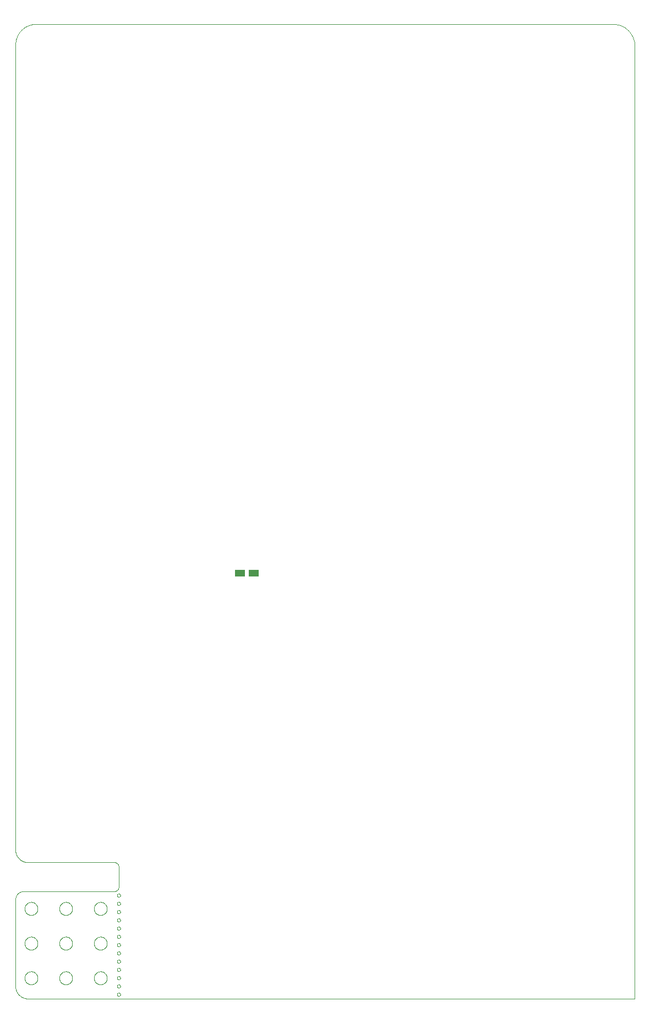
<source format=gbp>
G75*
%MOIN*%
%OFA0B0*%
%FSLAX25Y25*%
%IPPOS*%
%LPD*%
%AMOC8*
5,1,8,0,0,1.08239X$1,22.5*
%
%ADD10C,0.00000*%
%ADD11R,0.00394X0.00394*%
%ADD12R,0.05906X0.03937*%
D10*
X0085095Y0043933D02*
X0085095Y0096433D01*
X0085097Y0096573D01*
X0085103Y0096713D01*
X0085113Y0096853D01*
X0085126Y0096993D01*
X0085144Y0097132D01*
X0085166Y0097271D01*
X0085191Y0097408D01*
X0085220Y0097546D01*
X0085253Y0097682D01*
X0085290Y0097817D01*
X0085331Y0097951D01*
X0085376Y0098084D01*
X0085424Y0098216D01*
X0085476Y0098346D01*
X0085531Y0098475D01*
X0085590Y0098602D01*
X0085653Y0098728D01*
X0085719Y0098852D01*
X0085788Y0098973D01*
X0085861Y0099093D01*
X0085938Y0099211D01*
X0086017Y0099326D01*
X0086100Y0099440D01*
X0086186Y0099550D01*
X0086275Y0099659D01*
X0086367Y0099765D01*
X0086462Y0099868D01*
X0086559Y0099969D01*
X0086660Y0100066D01*
X0086763Y0100161D01*
X0086869Y0100253D01*
X0086978Y0100342D01*
X0087088Y0100428D01*
X0087202Y0100511D01*
X0087317Y0100590D01*
X0087435Y0100667D01*
X0087555Y0100740D01*
X0087676Y0100809D01*
X0087800Y0100875D01*
X0087926Y0100938D01*
X0088053Y0100997D01*
X0088182Y0101052D01*
X0088312Y0101104D01*
X0088444Y0101152D01*
X0088577Y0101197D01*
X0088711Y0101238D01*
X0088846Y0101275D01*
X0088982Y0101308D01*
X0089120Y0101337D01*
X0089257Y0101362D01*
X0089396Y0101384D01*
X0089535Y0101402D01*
X0089675Y0101415D01*
X0089815Y0101425D01*
X0089955Y0101431D01*
X0090095Y0101433D01*
X0145095Y0101433D01*
X0145193Y0101435D01*
X0145291Y0101441D01*
X0145389Y0101450D01*
X0145486Y0101464D01*
X0145583Y0101481D01*
X0145679Y0101502D01*
X0145774Y0101527D01*
X0145868Y0101555D01*
X0145960Y0101588D01*
X0146052Y0101623D01*
X0146142Y0101663D01*
X0146230Y0101705D01*
X0146317Y0101752D01*
X0146401Y0101801D01*
X0146484Y0101854D01*
X0146564Y0101910D01*
X0146643Y0101970D01*
X0146719Y0102032D01*
X0146792Y0102097D01*
X0146863Y0102165D01*
X0146931Y0102236D01*
X0146996Y0102309D01*
X0147058Y0102385D01*
X0147118Y0102464D01*
X0147174Y0102544D01*
X0147227Y0102627D01*
X0147276Y0102711D01*
X0147323Y0102798D01*
X0147365Y0102886D01*
X0147405Y0102976D01*
X0147440Y0103068D01*
X0147473Y0103160D01*
X0147501Y0103254D01*
X0147526Y0103349D01*
X0147547Y0103445D01*
X0147564Y0103542D01*
X0147578Y0103639D01*
X0147587Y0103737D01*
X0147593Y0103835D01*
X0147595Y0103933D01*
X0147595Y0116433D01*
X0147593Y0116531D01*
X0147587Y0116629D01*
X0147578Y0116727D01*
X0147564Y0116824D01*
X0147547Y0116921D01*
X0147526Y0117017D01*
X0147501Y0117112D01*
X0147473Y0117206D01*
X0147440Y0117298D01*
X0147405Y0117390D01*
X0147365Y0117480D01*
X0147323Y0117568D01*
X0147276Y0117655D01*
X0147227Y0117739D01*
X0147174Y0117822D01*
X0147118Y0117902D01*
X0147058Y0117981D01*
X0146996Y0118057D01*
X0146931Y0118130D01*
X0146863Y0118201D01*
X0146792Y0118269D01*
X0146719Y0118334D01*
X0146643Y0118396D01*
X0146564Y0118456D01*
X0146484Y0118512D01*
X0146401Y0118565D01*
X0146317Y0118614D01*
X0146230Y0118661D01*
X0146142Y0118703D01*
X0146052Y0118743D01*
X0145960Y0118778D01*
X0145868Y0118811D01*
X0145774Y0118839D01*
X0145679Y0118864D01*
X0145583Y0118885D01*
X0145486Y0118902D01*
X0145389Y0118916D01*
X0145291Y0118925D01*
X0145193Y0118931D01*
X0145095Y0118933D01*
X0092595Y0118933D01*
X0092414Y0118935D01*
X0092233Y0118942D01*
X0092052Y0118953D01*
X0091871Y0118968D01*
X0091691Y0118988D01*
X0091511Y0119012D01*
X0091332Y0119040D01*
X0091154Y0119073D01*
X0090977Y0119110D01*
X0090800Y0119151D01*
X0090625Y0119196D01*
X0090450Y0119246D01*
X0090277Y0119300D01*
X0090106Y0119358D01*
X0089935Y0119420D01*
X0089767Y0119487D01*
X0089600Y0119557D01*
X0089434Y0119631D01*
X0089271Y0119710D01*
X0089110Y0119792D01*
X0088950Y0119878D01*
X0088793Y0119968D01*
X0088638Y0120062D01*
X0088485Y0120159D01*
X0088335Y0120261D01*
X0088187Y0120365D01*
X0088041Y0120474D01*
X0087899Y0120585D01*
X0087759Y0120701D01*
X0087622Y0120819D01*
X0087487Y0120941D01*
X0087356Y0121066D01*
X0087228Y0121194D01*
X0087103Y0121325D01*
X0086981Y0121460D01*
X0086863Y0121597D01*
X0086747Y0121737D01*
X0086636Y0121879D01*
X0086527Y0122025D01*
X0086423Y0122173D01*
X0086321Y0122323D01*
X0086224Y0122476D01*
X0086130Y0122631D01*
X0086040Y0122788D01*
X0085954Y0122948D01*
X0085872Y0123109D01*
X0085793Y0123272D01*
X0085719Y0123438D01*
X0085649Y0123605D01*
X0085582Y0123773D01*
X0085520Y0123944D01*
X0085462Y0124115D01*
X0085408Y0124288D01*
X0085358Y0124463D01*
X0085313Y0124638D01*
X0085272Y0124815D01*
X0085235Y0124992D01*
X0085202Y0125170D01*
X0085174Y0125349D01*
X0085150Y0125529D01*
X0085130Y0125709D01*
X0085115Y0125890D01*
X0085104Y0126071D01*
X0085097Y0126252D01*
X0085095Y0126433D01*
X0085095Y0613933D01*
X0085099Y0614235D01*
X0085110Y0614537D01*
X0085128Y0614838D01*
X0085153Y0615139D01*
X0085186Y0615440D01*
X0085226Y0615739D01*
X0085273Y0616037D01*
X0085328Y0616335D01*
X0085389Y0616630D01*
X0085458Y0616924D01*
X0085534Y0617217D01*
X0085617Y0617507D01*
X0085707Y0617796D01*
X0085804Y0618082D01*
X0085907Y0618366D01*
X0086018Y0618647D01*
X0086135Y0618925D01*
X0086259Y0619201D01*
X0086390Y0619473D01*
X0086527Y0619742D01*
X0086670Y0620008D01*
X0086820Y0620270D01*
X0086977Y0620529D01*
X0087139Y0620783D01*
X0087308Y0621034D01*
X0087482Y0621280D01*
X0087663Y0621523D01*
X0087849Y0621760D01*
X0088041Y0621994D01*
X0088239Y0622222D01*
X0088442Y0622446D01*
X0088650Y0622664D01*
X0088864Y0622878D01*
X0089082Y0623086D01*
X0089306Y0623289D01*
X0089534Y0623487D01*
X0089768Y0623679D01*
X0090005Y0623865D01*
X0090248Y0624046D01*
X0090494Y0624220D01*
X0090745Y0624389D01*
X0090999Y0624551D01*
X0091258Y0624708D01*
X0091520Y0624858D01*
X0091786Y0625001D01*
X0092055Y0625138D01*
X0092327Y0625269D01*
X0092603Y0625393D01*
X0092881Y0625510D01*
X0093162Y0625621D01*
X0093446Y0625724D01*
X0093732Y0625821D01*
X0094021Y0625911D01*
X0094311Y0625994D01*
X0094604Y0626070D01*
X0094898Y0626139D01*
X0095193Y0626200D01*
X0095491Y0626255D01*
X0095789Y0626302D01*
X0096088Y0626342D01*
X0096389Y0626375D01*
X0096690Y0626400D01*
X0096991Y0626418D01*
X0097293Y0626429D01*
X0097595Y0626433D01*
X0447595Y0626433D01*
X0447917Y0626410D01*
X0448237Y0626380D01*
X0448557Y0626341D01*
X0448876Y0626295D01*
X0449194Y0626241D01*
X0449510Y0626180D01*
X0449825Y0626111D01*
X0450138Y0626034D01*
X0450449Y0625950D01*
X0450758Y0625858D01*
X0451064Y0625759D01*
X0451369Y0625652D01*
X0451670Y0625538D01*
X0451969Y0625417D01*
X0452264Y0625288D01*
X0452556Y0625153D01*
X0452845Y0625010D01*
X0453131Y0624861D01*
X0453413Y0624704D01*
X0453690Y0624541D01*
X0453964Y0624371D01*
X0454234Y0624195D01*
X0454499Y0624012D01*
X0454760Y0623823D01*
X0455016Y0623627D01*
X0455267Y0623425D01*
X0455514Y0623218D01*
X0455755Y0623004D01*
X0455991Y0622784D01*
X0456221Y0622559D01*
X0456446Y0622329D01*
X0456666Y0622093D01*
X0456880Y0621852D01*
X0457087Y0621605D01*
X0457289Y0621354D01*
X0457485Y0621098D01*
X0457674Y0620837D01*
X0457857Y0620572D01*
X0458033Y0620302D01*
X0458203Y0620028D01*
X0458366Y0619751D01*
X0458523Y0619469D01*
X0458672Y0619183D01*
X0458815Y0618894D01*
X0458950Y0618602D01*
X0459079Y0618307D01*
X0459200Y0618008D01*
X0459314Y0617707D01*
X0459421Y0617402D01*
X0459520Y0617096D01*
X0459612Y0616787D01*
X0459696Y0616476D01*
X0459773Y0616163D01*
X0459842Y0615848D01*
X0459903Y0615532D01*
X0459957Y0615214D01*
X0460003Y0614895D01*
X0460042Y0614575D01*
X0460072Y0614255D01*
X0460095Y0613933D01*
X0460095Y0036433D01*
X0092595Y0036433D01*
X0092414Y0036435D01*
X0092233Y0036442D01*
X0092052Y0036453D01*
X0091871Y0036468D01*
X0091691Y0036488D01*
X0091511Y0036512D01*
X0091332Y0036540D01*
X0091154Y0036573D01*
X0090977Y0036610D01*
X0090800Y0036651D01*
X0090625Y0036696D01*
X0090450Y0036746D01*
X0090277Y0036800D01*
X0090106Y0036858D01*
X0089935Y0036920D01*
X0089767Y0036987D01*
X0089600Y0037057D01*
X0089434Y0037131D01*
X0089271Y0037210D01*
X0089110Y0037292D01*
X0088950Y0037378D01*
X0088793Y0037468D01*
X0088638Y0037562D01*
X0088485Y0037659D01*
X0088335Y0037761D01*
X0088187Y0037865D01*
X0088041Y0037974D01*
X0087899Y0038085D01*
X0087759Y0038201D01*
X0087622Y0038319D01*
X0087487Y0038441D01*
X0087356Y0038566D01*
X0087228Y0038694D01*
X0087103Y0038825D01*
X0086981Y0038960D01*
X0086863Y0039097D01*
X0086747Y0039237D01*
X0086636Y0039379D01*
X0086527Y0039525D01*
X0086423Y0039673D01*
X0086321Y0039823D01*
X0086224Y0039976D01*
X0086130Y0040131D01*
X0086040Y0040288D01*
X0085954Y0040448D01*
X0085872Y0040609D01*
X0085793Y0040772D01*
X0085719Y0040938D01*
X0085649Y0041105D01*
X0085582Y0041273D01*
X0085520Y0041444D01*
X0085462Y0041615D01*
X0085408Y0041788D01*
X0085358Y0041963D01*
X0085313Y0042138D01*
X0085272Y0042315D01*
X0085235Y0042492D01*
X0085202Y0042670D01*
X0085174Y0042849D01*
X0085150Y0043029D01*
X0085130Y0043209D01*
X0085115Y0043390D01*
X0085104Y0043571D01*
X0085097Y0043752D01*
X0085095Y0043933D01*
X0090658Y0048933D02*
X0090660Y0049058D01*
X0090666Y0049183D01*
X0090676Y0049307D01*
X0090690Y0049431D01*
X0090707Y0049555D01*
X0090729Y0049678D01*
X0090755Y0049800D01*
X0090784Y0049922D01*
X0090817Y0050042D01*
X0090855Y0050161D01*
X0090895Y0050280D01*
X0090940Y0050396D01*
X0090988Y0050511D01*
X0091040Y0050625D01*
X0091096Y0050737D01*
X0091155Y0050847D01*
X0091217Y0050955D01*
X0091283Y0051062D01*
X0091352Y0051166D01*
X0091425Y0051267D01*
X0091500Y0051367D01*
X0091579Y0051464D01*
X0091661Y0051558D01*
X0091746Y0051650D01*
X0091833Y0051739D01*
X0091924Y0051825D01*
X0092017Y0051908D01*
X0092113Y0051989D01*
X0092211Y0052066D01*
X0092311Y0052140D01*
X0092414Y0052211D01*
X0092519Y0052278D01*
X0092627Y0052343D01*
X0092736Y0052403D01*
X0092847Y0052461D01*
X0092960Y0052514D01*
X0093074Y0052564D01*
X0093190Y0052611D01*
X0093307Y0052653D01*
X0093426Y0052692D01*
X0093546Y0052728D01*
X0093667Y0052759D01*
X0093789Y0052787D01*
X0093911Y0052810D01*
X0094035Y0052830D01*
X0094159Y0052846D01*
X0094283Y0052858D01*
X0094408Y0052866D01*
X0094533Y0052870D01*
X0094657Y0052870D01*
X0094782Y0052866D01*
X0094907Y0052858D01*
X0095031Y0052846D01*
X0095155Y0052830D01*
X0095279Y0052810D01*
X0095401Y0052787D01*
X0095523Y0052759D01*
X0095644Y0052728D01*
X0095764Y0052692D01*
X0095883Y0052653D01*
X0096000Y0052611D01*
X0096116Y0052564D01*
X0096230Y0052514D01*
X0096343Y0052461D01*
X0096454Y0052403D01*
X0096564Y0052343D01*
X0096671Y0052278D01*
X0096776Y0052211D01*
X0096879Y0052140D01*
X0096979Y0052066D01*
X0097077Y0051989D01*
X0097173Y0051908D01*
X0097266Y0051825D01*
X0097357Y0051739D01*
X0097444Y0051650D01*
X0097529Y0051558D01*
X0097611Y0051464D01*
X0097690Y0051367D01*
X0097765Y0051267D01*
X0097838Y0051166D01*
X0097907Y0051062D01*
X0097973Y0050955D01*
X0098035Y0050847D01*
X0098094Y0050737D01*
X0098150Y0050625D01*
X0098202Y0050511D01*
X0098250Y0050396D01*
X0098295Y0050280D01*
X0098335Y0050161D01*
X0098373Y0050042D01*
X0098406Y0049922D01*
X0098435Y0049800D01*
X0098461Y0049678D01*
X0098483Y0049555D01*
X0098500Y0049431D01*
X0098514Y0049307D01*
X0098524Y0049183D01*
X0098530Y0049058D01*
X0098532Y0048933D01*
X0098530Y0048808D01*
X0098524Y0048683D01*
X0098514Y0048559D01*
X0098500Y0048435D01*
X0098483Y0048311D01*
X0098461Y0048188D01*
X0098435Y0048066D01*
X0098406Y0047944D01*
X0098373Y0047824D01*
X0098335Y0047705D01*
X0098295Y0047586D01*
X0098250Y0047470D01*
X0098202Y0047355D01*
X0098150Y0047241D01*
X0098094Y0047129D01*
X0098035Y0047019D01*
X0097973Y0046911D01*
X0097907Y0046804D01*
X0097838Y0046700D01*
X0097765Y0046599D01*
X0097690Y0046499D01*
X0097611Y0046402D01*
X0097529Y0046308D01*
X0097444Y0046216D01*
X0097357Y0046127D01*
X0097266Y0046041D01*
X0097173Y0045958D01*
X0097077Y0045877D01*
X0096979Y0045800D01*
X0096879Y0045726D01*
X0096776Y0045655D01*
X0096671Y0045588D01*
X0096563Y0045523D01*
X0096454Y0045463D01*
X0096343Y0045405D01*
X0096230Y0045352D01*
X0096116Y0045302D01*
X0096000Y0045255D01*
X0095883Y0045213D01*
X0095764Y0045174D01*
X0095644Y0045138D01*
X0095523Y0045107D01*
X0095401Y0045079D01*
X0095279Y0045056D01*
X0095155Y0045036D01*
X0095031Y0045020D01*
X0094907Y0045008D01*
X0094782Y0045000D01*
X0094657Y0044996D01*
X0094533Y0044996D01*
X0094408Y0045000D01*
X0094283Y0045008D01*
X0094159Y0045020D01*
X0094035Y0045036D01*
X0093911Y0045056D01*
X0093789Y0045079D01*
X0093667Y0045107D01*
X0093546Y0045138D01*
X0093426Y0045174D01*
X0093307Y0045213D01*
X0093190Y0045255D01*
X0093074Y0045302D01*
X0092960Y0045352D01*
X0092847Y0045405D01*
X0092736Y0045463D01*
X0092626Y0045523D01*
X0092519Y0045588D01*
X0092414Y0045655D01*
X0092311Y0045726D01*
X0092211Y0045800D01*
X0092113Y0045877D01*
X0092017Y0045958D01*
X0091924Y0046041D01*
X0091833Y0046127D01*
X0091746Y0046216D01*
X0091661Y0046308D01*
X0091579Y0046402D01*
X0091500Y0046499D01*
X0091425Y0046599D01*
X0091352Y0046700D01*
X0091283Y0046804D01*
X0091217Y0046911D01*
X0091155Y0047019D01*
X0091096Y0047129D01*
X0091040Y0047241D01*
X0090988Y0047355D01*
X0090940Y0047470D01*
X0090895Y0047586D01*
X0090855Y0047705D01*
X0090817Y0047824D01*
X0090784Y0047944D01*
X0090755Y0048066D01*
X0090729Y0048188D01*
X0090707Y0048311D01*
X0090690Y0048435D01*
X0090676Y0048559D01*
X0090666Y0048683D01*
X0090660Y0048808D01*
X0090658Y0048933D01*
X0090658Y0069933D02*
X0090660Y0070058D01*
X0090666Y0070183D01*
X0090676Y0070307D01*
X0090690Y0070431D01*
X0090707Y0070555D01*
X0090729Y0070678D01*
X0090755Y0070800D01*
X0090784Y0070922D01*
X0090817Y0071042D01*
X0090855Y0071161D01*
X0090895Y0071280D01*
X0090940Y0071396D01*
X0090988Y0071511D01*
X0091040Y0071625D01*
X0091096Y0071737D01*
X0091155Y0071847D01*
X0091217Y0071955D01*
X0091283Y0072062D01*
X0091352Y0072166D01*
X0091425Y0072267D01*
X0091500Y0072367D01*
X0091579Y0072464D01*
X0091661Y0072558D01*
X0091746Y0072650D01*
X0091833Y0072739D01*
X0091924Y0072825D01*
X0092017Y0072908D01*
X0092113Y0072989D01*
X0092211Y0073066D01*
X0092311Y0073140D01*
X0092414Y0073211D01*
X0092519Y0073278D01*
X0092627Y0073343D01*
X0092736Y0073403D01*
X0092847Y0073461D01*
X0092960Y0073514D01*
X0093074Y0073564D01*
X0093190Y0073611D01*
X0093307Y0073653D01*
X0093426Y0073692D01*
X0093546Y0073728D01*
X0093667Y0073759D01*
X0093789Y0073787D01*
X0093911Y0073810D01*
X0094035Y0073830D01*
X0094159Y0073846D01*
X0094283Y0073858D01*
X0094408Y0073866D01*
X0094533Y0073870D01*
X0094657Y0073870D01*
X0094782Y0073866D01*
X0094907Y0073858D01*
X0095031Y0073846D01*
X0095155Y0073830D01*
X0095279Y0073810D01*
X0095401Y0073787D01*
X0095523Y0073759D01*
X0095644Y0073728D01*
X0095764Y0073692D01*
X0095883Y0073653D01*
X0096000Y0073611D01*
X0096116Y0073564D01*
X0096230Y0073514D01*
X0096343Y0073461D01*
X0096454Y0073403D01*
X0096564Y0073343D01*
X0096671Y0073278D01*
X0096776Y0073211D01*
X0096879Y0073140D01*
X0096979Y0073066D01*
X0097077Y0072989D01*
X0097173Y0072908D01*
X0097266Y0072825D01*
X0097357Y0072739D01*
X0097444Y0072650D01*
X0097529Y0072558D01*
X0097611Y0072464D01*
X0097690Y0072367D01*
X0097765Y0072267D01*
X0097838Y0072166D01*
X0097907Y0072062D01*
X0097973Y0071955D01*
X0098035Y0071847D01*
X0098094Y0071737D01*
X0098150Y0071625D01*
X0098202Y0071511D01*
X0098250Y0071396D01*
X0098295Y0071280D01*
X0098335Y0071161D01*
X0098373Y0071042D01*
X0098406Y0070922D01*
X0098435Y0070800D01*
X0098461Y0070678D01*
X0098483Y0070555D01*
X0098500Y0070431D01*
X0098514Y0070307D01*
X0098524Y0070183D01*
X0098530Y0070058D01*
X0098532Y0069933D01*
X0098530Y0069808D01*
X0098524Y0069683D01*
X0098514Y0069559D01*
X0098500Y0069435D01*
X0098483Y0069311D01*
X0098461Y0069188D01*
X0098435Y0069066D01*
X0098406Y0068944D01*
X0098373Y0068824D01*
X0098335Y0068705D01*
X0098295Y0068586D01*
X0098250Y0068470D01*
X0098202Y0068355D01*
X0098150Y0068241D01*
X0098094Y0068129D01*
X0098035Y0068019D01*
X0097973Y0067911D01*
X0097907Y0067804D01*
X0097838Y0067700D01*
X0097765Y0067599D01*
X0097690Y0067499D01*
X0097611Y0067402D01*
X0097529Y0067308D01*
X0097444Y0067216D01*
X0097357Y0067127D01*
X0097266Y0067041D01*
X0097173Y0066958D01*
X0097077Y0066877D01*
X0096979Y0066800D01*
X0096879Y0066726D01*
X0096776Y0066655D01*
X0096671Y0066588D01*
X0096563Y0066523D01*
X0096454Y0066463D01*
X0096343Y0066405D01*
X0096230Y0066352D01*
X0096116Y0066302D01*
X0096000Y0066255D01*
X0095883Y0066213D01*
X0095764Y0066174D01*
X0095644Y0066138D01*
X0095523Y0066107D01*
X0095401Y0066079D01*
X0095279Y0066056D01*
X0095155Y0066036D01*
X0095031Y0066020D01*
X0094907Y0066008D01*
X0094782Y0066000D01*
X0094657Y0065996D01*
X0094533Y0065996D01*
X0094408Y0066000D01*
X0094283Y0066008D01*
X0094159Y0066020D01*
X0094035Y0066036D01*
X0093911Y0066056D01*
X0093789Y0066079D01*
X0093667Y0066107D01*
X0093546Y0066138D01*
X0093426Y0066174D01*
X0093307Y0066213D01*
X0093190Y0066255D01*
X0093074Y0066302D01*
X0092960Y0066352D01*
X0092847Y0066405D01*
X0092736Y0066463D01*
X0092626Y0066523D01*
X0092519Y0066588D01*
X0092414Y0066655D01*
X0092311Y0066726D01*
X0092211Y0066800D01*
X0092113Y0066877D01*
X0092017Y0066958D01*
X0091924Y0067041D01*
X0091833Y0067127D01*
X0091746Y0067216D01*
X0091661Y0067308D01*
X0091579Y0067402D01*
X0091500Y0067499D01*
X0091425Y0067599D01*
X0091352Y0067700D01*
X0091283Y0067804D01*
X0091217Y0067911D01*
X0091155Y0068019D01*
X0091096Y0068129D01*
X0091040Y0068241D01*
X0090988Y0068355D01*
X0090940Y0068470D01*
X0090895Y0068586D01*
X0090855Y0068705D01*
X0090817Y0068824D01*
X0090784Y0068944D01*
X0090755Y0069066D01*
X0090729Y0069188D01*
X0090707Y0069311D01*
X0090690Y0069435D01*
X0090676Y0069559D01*
X0090666Y0069683D01*
X0090660Y0069808D01*
X0090658Y0069933D01*
X0090658Y0090933D02*
X0090660Y0091058D01*
X0090666Y0091183D01*
X0090676Y0091307D01*
X0090690Y0091431D01*
X0090707Y0091555D01*
X0090729Y0091678D01*
X0090755Y0091800D01*
X0090784Y0091922D01*
X0090817Y0092042D01*
X0090855Y0092161D01*
X0090895Y0092280D01*
X0090940Y0092396D01*
X0090988Y0092511D01*
X0091040Y0092625D01*
X0091096Y0092737D01*
X0091155Y0092847D01*
X0091217Y0092955D01*
X0091283Y0093062D01*
X0091352Y0093166D01*
X0091425Y0093267D01*
X0091500Y0093367D01*
X0091579Y0093464D01*
X0091661Y0093558D01*
X0091746Y0093650D01*
X0091833Y0093739D01*
X0091924Y0093825D01*
X0092017Y0093908D01*
X0092113Y0093989D01*
X0092211Y0094066D01*
X0092311Y0094140D01*
X0092414Y0094211D01*
X0092519Y0094278D01*
X0092627Y0094343D01*
X0092736Y0094403D01*
X0092847Y0094461D01*
X0092960Y0094514D01*
X0093074Y0094564D01*
X0093190Y0094611D01*
X0093307Y0094653D01*
X0093426Y0094692D01*
X0093546Y0094728D01*
X0093667Y0094759D01*
X0093789Y0094787D01*
X0093911Y0094810D01*
X0094035Y0094830D01*
X0094159Y0094846D01*
X0094283Y0094858D01*
X0094408Y0094866D01*
X0094533Y0094870D01*
X0094657Y0094870D01*
X0094782Y0094866D01*
X0094907Y0094858D01*
X0095031Y0094846D01*
X0095155Y0094830D01*
X0095279Y0094810D01*
X0095401Y0094787D01*
X0095523Y0094759D01*
X0095644Y0094728D01*
X0095764Y0094692D01*
X0095883Y0094653D01*
X0096000Y0094611D01*
X0096116Y0094564D01*
X0096230Y0094514D01*
X0096343Y0094461D01*
X0096454Y0094403D01*
X0096564Y0094343D01*
X0096671Y0094278D01*
X0096776Y0094211D01*
X0096879Y0094140D01*
X0096979Y0094066D01*
X0097077Y0093989D01*
X0097173Y0093908D01*
X0097266Y0093825D01*
X0097357Y0093739D01*
X0097444Y0093650D01*
X0097529Y0093558D01*
X0097611Y0093464D01*
X0097690Y0093367D01*
X0097765Y0093267D01*
X0097838Y0093166D01*
X0097907Y0093062D01*
X0097973Y0092955D01*
X0098035Y0092847D01*
X0098094Y0092737D01*
X0098150Y0092625D01*
X0098202Y0092511D01*
X0098250Y0092396D01*
X0098295Y0092280D01*
X0098335Y0092161D01*
X0098373Y0092042D01*
X0098406Y0091922D01*
X0098435Y0091800D01*
X0098461Y0091678D01*
X0098483Y0091555D01*
X0098500Y0091431D01*
X0098514Y0091307D01*
X0098524Y0091183D01*
X0098530Y0091058D01*
X0098532Y0090933D01*
X0098530Y0090808D01*
X0098524Y0090683D01*
X0098514Y0090559D01*
X0098500Y0090435D01*
X0098483Y0090311D01*
X0098461Y0090188D01*
X0098435Y0090066D01*
X0098406Y0089944D01*
X0098373Y0089824D01*
X0098335Y0089705D01*
X0098295Y0089586D01*
X0098250Y0089470D01*
X0098202Y0089355D01*
X0098150Y0089241D01*
X0098094Y0089129D01*
X0098035Y0089019D01*
X0097973Y0088911D01*
X0097907Y0088804D01*
X0097838Y0088700D01*
X0097765Y0088599D01*
X0097690Y0088499D01*
X0097611Y0088402D01*
X0097529Y0088308D01*
X0097444Y0088216D01*
X0097357Y0088127D01*
X0097266Y0088041D01*
X0097173Y0087958D01*
X0097077Y0087877D01*
X0096979Y0087800D01*
X0096879Y0087726D01*
X0096776Y0087655D01*
X0096671Y0087588D01*
X0096563Y0087523D01*
X0096454Y0087463D01*
X0096343Y0087405D01*
X0096230Y0087352D01*
X0096116Y0087302D01*
X0096000Y0087255D01*
X0095883Y0087213D01*
X0095764Y0087174D01*
X0095644Y0087138D01*
X0095523Y0087107D01*
X0095401Y0087079D01*
X0095279Y0087056D01*
X0095155Y0087036D01*
X0095031Y0087020D01*
X0094907Y0087008D01*
X0094782Y0087000D01*
X0094657Y0086996D01*
X0094533Y0086996D01*
X0094408Y0087000D01*
X0094283Y0087008D01*
X0094159Y0087020D01*
X0094035Y0087036D01*
X0093911Y0087056D01*
X0093789Y0087079D01*
X0093667Y0087107D01*
X0093546Y0087138D01*
X0093426Y0087174D01*
X0093307Y0087213D01*
X0093190Y0087255D01*
X0093074Y0087302D01*
X0092960Y0087352D01*
X0092847Y0087405D01*
X0092736Y0087463D01*
X0092626Y0087523D01*
X0092519Y0087588D01*
X0092414Y0087655D01*
X0092311Y0087726D01*
X0092211Y0087800D01*
X0092113Y0087877D01*
X0092017Y0087958D01*
X0091924Y0088041D01*
X0091833Y0088127D01*
X0091746Y0088216D01*
X0091661Y0088308D01*
X0091579Y0088402D01*
X0091500Y0088499D01*
X0091425Y0088599D01*
X0091352Y0088700D01*
X0091283Y0088804D01*
X0091217Y0088911D01*
X0091155Y0089019D01*
X0091096Y0089129D01*
X0091040Y0089241D01*
X0090988Y0089355D01*
X0090940Y0089470D01*
X0090895Y0089586D01*
X0090855Y0089705D01*
X0090817Y0089824D01*
X0090784Y0089944D01*
X0090755Y0090066D01*
X0090729Y0090188D01*
X0090707Y0090311D01*
X0090690Y0090435D01*
X0090676Y0090559D01*
X0090666Y0090683D01*
X0090660Y0090808D01*
X0090658Y0090933D01*
X0111658Y0090933D02*
X0111660Y0091058D01*
X0111666Y0091183D01*
X0111676Y0091307D01*
X0111690Y0091431D01*
X0111707Y0091555D01*
X0111729Y0091678D01*
X0111755Y0091800D01*
X0111784Y0091922D01*
X0111817Y0092042D01*
X0111855Y0092161D01*
X0111895Y0092280D01*
X0111940Y0092396D01*
X0111988Y0092511D01*
X0112040Y0092625D01*
X0112096Y0092737D01*
X0112155Y0092847D01*
X0112217Y0092955D01*
X0112283Y0093062D01*
X0112352Y0093166D01*
X0112425Y0093267D01*
X0112500Y0093367D01*
X0112579Y0093464D01*
X0112661Y0093558D01*
X0112746Y0093650D01*
X0112833Y0093739D01*
X0112924Y0093825D01*
X0113017Y0093908D01*
X0113113Y0093989D01*
X0113211Y0094066D01*
X0113311Y0094140D01*
X0113414Y0094211D01*
X0113519Y0094278D01*
X0113627Y0094343D01*
X0113736Y0094403D01*
X0113847Y0094461D01*
X0113960Y0094514D01*
X0114074Y0094564D01*
X0114190Y0094611D01*
X0114307Y0094653D01*
X0114426Y0094692D01*
X0114546Y0094728D01*
X0114667Y0094759D01*
X0114789Y0094787D01*
X0114911Y0094810D01*
X0115035Y0094830D01*
X0115159Y0094846D01*
X0115283Y0094858D01*
X0115408Y0094866D01*
X0115533Y0094870D01*
X0115657Y0094870D01*
X0115782Y0094866D01*
X0115907Y0094858D01*
X0116031Y0094846D01*
X0116155Y0094830D01*
X0116279Y0094810D01*
X0116401Y0094787D01*
X0116523Y0094759D01*
X0116644Y0094728D01*
X0116764Y0094692D01*
X0116883Y0094653D01*
X0117000Y0094611D01*
X0117116Y0094564D01*
X0117230Y0094514D01*
X0117343Y0094461D01*
X0117454Y0094403D01*
X0117564Y0094343D01*
X0117671Y0094278D01*
X0117776Y0094211D01*
X0117879Y0094140D01*
X0117979Y0094066D01*
X0118077Y0093989D01*
X0118173Y0093908D01*
X0118266Y0093825D01*
X0118357Y0093739D01*
X0118444Y0093650D01*
X0118529Y0093558D01*
X0118611Y0093464D01*
X0118690Y0093367D01*
X0118765Y0093267D01*
X0118838Y0093166D01*
X0118907Y0093062D01*
X0118973Y0092955D01*
X0119035Y0092847D01*
X0119094Y0092737D01*
X0119150Y0092625D01*
X0119202Y0092511D01*
X0119250Y0092396D01*
X0119295Y0092280D01*
X0119335Y0092161D01*
X0119373Y0092042D01*
X0119406Y0091922D01*
X0119435Y0091800D01*
X0119461Y0091678D01*
X0119483Y0091555D01*
X0119500Y0091431D01*
X0119514Y0091307D01*
X0119524Y0091183D01*
X0119530Y0091058D01*
X0119532Y0090933D01*
X0119530Y0090808D01*
X0119524Y0090683D01*
X0119514Y0090559D01*
X0119500Y0090435D01*
X0119483Y0090311D01*
X0119461Y0090188D01*
X0119435Y0090066D01*
X0119406Y0089944D01*
X0119373Y0089824D01*
X0119335Y0089705D01*
X0119295Y0089586D01*
X0119250Y0089470D01*
X0119202Y0089355D01*
X0119150Y0089241D01*
X0119094Y0089129D01*
X0119035Y0089019D01*
X0118973Y0088911D01*
X0118907Y0088804D01*
X0118838Y0088700D01*
X0118765Y0088599D01*
X0118690Y0088499D01*
X0118611Y0088402D01*
X0118529Y0088308D01*
X0118444Y0088216D01*
X0118357Y0088127D01*
X0118266Y0088041D01*
X0118173Y0087958D01*
X0118077Y0087877D01*
X0117979Y0087800D01*
X0117879Y0087726D01*
X0117776Y0087655D01*
X0117671Y0087588D01*
X0117563Y0087523D01*
X0117454Y0087463D01*
X0117343Y0087405D01*
X0117230Y0087352D01*
X0117116Y0087302D01*
X0117000Y0087255D01*
X0116883Y0087213D01*
X0116764Y0087174D01*
X0116644Y0087138D01*
X0116523Y0087107D01*
X0116401Y0087079D01*
X0116279Y0087056D01*
X0116155Y0087036D01*
X0116031Y0087020D01*
X0115907Y0087008D01*
X0115782Y0087000D01*
X0115657Y0086996D01*
X0115533Y0086996D01*
X0115408Y0087000D01*
X0115283Y0087008D01*
X0115159Y0087020D01*
X0115035Y0087036D01*
X0114911Y0087056D01*
X0114789Y0087079D01*
X0114667Y0087107D01*
X0114546Y0087138D01*
X0114426Y0087174D01*
X0114307Y0087213D01*
X0114190Y0087255D01*
X0114074Y0087302D01*
X0113960Y0087352D01*
X0113847Y0087405D01*
X0113736Y0087463D01*
X0113626Y0087523D01*
X0113519Y0087588D01*
X0113414Y0087655D01*
X0113311Y0087726D01*
X0113211Y0087800D01*
X0113113Y0087877D01*
X0113017Y0087958D01*
X0112924Y0088041D01*
X0112833Y0088127D01*
X0112746Y0088216D01*
X0112661Y0088308D01*
X0112579Y0088402D01*
X0112500Y0088499D01*
X0112425Y0088599D01*
X0112352Y0088700D01*
X0112283Y0088804D01*
X0112217Y0088911D01*
X0112155Y0089019D01*
X0112096Y0089129D01*
X0112040Y0089241D01*
X0111988Y0089355D01*
X0111940Y0089470D01*
X0111895Y0089586D01*
X0111855Y0089705D01*
X0111817Y0089824D01*
X0111784Y0089944D01*
X0111755Y0090066D01*
X0111729Y0090188D01*
X0111707Y0090311D01*
X0111690Y0090435D01*
X0111676Y0090559D01*
X0111666Y0090683D01*
X0111660Y0090808D01*
X0111658Y0090933D01*
X0111658Y0069933D02*
X0111660Y0070058D01*
X0111666Y0070183D01*
X0111676Y0070307D01*
X0111690Y0070431D01*
X0111707Y0070555D01*
X0111729Y0070678D01*
X0111755Y0070800D01*
X0111784Y0070922D01*
X0111817Y0071042D01*
X0111855Y0071161D01*
X0111895Y0071280D01*
X0111940Y0071396D01*
X0111988Y0071511D01*
X0112040Y0071625D01*
X0112096Y0071737D01*
X0112155Y0071847D01*
X0112217Y0071955D01*
X0112283Y0072062D01*
X0112352Y0072166D01*
X0112425Y0072267D01*
X0112500Y0072367D01*
X0112579Y0072464D01*
X0112661Y0072558D01*
X0112746Y0072650D01*
X0112833Y0072739D01*
X0112924Y0072825D01*
X0113017Y0072908D01*
X0113113Y0072989D01*
X0113211Y0073066D01*
X0113311Y0073140D01*
X0113414Y0073211D01*
X0113519Y0073278D01*
X0113627Y0073343D01*
X0113736Y0073403D01*
X0113847Y0073461D01*
X0113960Y0073514D01*
X0114074Y0073564D01*
X0114190Y0073611D01*
X0114307Y0073653D01*
X0114426Y0073692D01*
X0114546Y0073728D01*
X0114667Y0073759D01*
X0114789Y0073787D01*
X0114911Y0073810D01*
X0115035Y0073830D01*
X0115159Y0073846D01*
X0115283Y0073858D01*
X0115408Y0073866D01*
X0115533Y0073870D01*
X0115657Y0073870D01*
X0115782Y0073866D01*
X0115907Y0073858D01*
X0116031Y0073846D01*
X0116155Y0073830D01*
X0116279Y0073810D01*
X0116401Y0073787D01*
X0116523Y0073759D01*
X0116644Y0073728D01*
X0116764Y0073692D01*
X0116883Y0073653D01*
X0117000Y0073611D01*
X0117116Y0073564D01*
X0117230Y0073514D01*
X0117343Y0073461D01*
X0117454Y0073403D01*
X0117564Y0073343D01*
X0117671Y0073278D01*
X0117776Y0073211D01*
X0117879Y0073140D01*
X0117979Y0073066D01*
X0118077Y0072989D01*
X0118173Y0072908D01*
X0118266Y0072825D01*
X0118357Y0072739D01*
X0118444Y0072650D01*
X0118529Y0072558D01*
X0118611Y0072464D01*
X0118690Y0072367D01*
X0118765Y0072267D01*
X0118838Y0072166D01*
X0118907Y0072062D01*
X0118973Y0071955D01*
X0119035Y0071847D01*
X0119094Y0071737D01*
X0119150Y0071625D01*
X0119202Y0071511D01*
X0119250Y0071396D01*
X0119295Y0071280D01*
X0119335Y0071161D01*
X0119373Y0071042D01*
X0119406Y0070922D01*
X0119435Y0070800D01*
X0119461Y0070678D01*
X0119483Y0070555D01*
X0119500Y0070431D01*
X0119514Y0070307D01*
X0119524Y0070183D01*
X0119530Y0070058D01*
X0119532Y0069933D01*
X0119530Y0069808D01*
X0119524Y0069683D01*
X0119514Y0069559D01*
X0119500Y0069435D01*
X0119483Y0069311D01*
X0119461Y0069188D01*
X0119435Y0069066D01*
X0119406Y0068944D01*
X0119373Y0068824D01*
X0119335Y0068705D01*
X0119295Y0068586D01*
X0119250Y0068470D01*
X0119202Y0068355D01*
X0119150Y0068241D01*
X0119094Y0068129D01*
X0119035Y0068019D01*
X0118973Y0067911D01*
X0118907Y0067804D01*
X0118838Y0067700D01*
X0118765Y0067599D01*
X0118690Y0067499D01*
X0118611Y0067402D01*
X0118529Y0067308D01*
X0118444Y0067216D01*
X0118357Y0067127D01*
X0118266Y0067041D01*
X0118173Y0066958D01*
X0118077Y0066877D01*
X0117979Y0066800D01*
X0117879Y0066726D01*
X0117776Y0066655D01*
X0117671Y0066588D01*
X0117563Y0066523D01*
X0117454Y0066463D01*
X0117343Y0066405D01*
X0117230Y0066352D01*
X0117116Y0066302D01*
X0117000Y0066255D01*
X0116883Y0066213D01*
X0116764Y0066174D01*
X0116644Y0066138D01*
X0116523Y0066107D01*
X0116401Y0066079D01*
X0116279Y0066056D01*
X0116155Y0066036D01*
X0116031Y0066020D01*
X0115907Y0066008D01*
X0115782Y0066000D01*
X0115657Y0065996D01*
X0115533Y0065996D01*
X0115408Y0066000D01*
X0115283Y0066008D01*
X0115159Y0066020D01*
X0115035Y0066036D01*
X0114911Y0066056D01*
X0114789Y0066079D01*
X0114667Y0066107D01*
X0114546Y0066138D01*
X0114426Y0066174D01*
X0114307Y0066213D01*
X0114190Y0066255D01*
X0114074Y0066302D01*
X0113960Y0066352D01*
X0113847Y0066405D01*
X0113736Y0066463D01*
X0113626Y0066523D01*
X0113519Y0066588D01*
X0113414Y0066655D01*
X0113311Y0066726D01*
X0113211Y0066800D01*
X0113113Y0066877D01*
X0113017Y0066958D01*
X0112924Y0067041D01*
X0112833Y0067127D01*
X0112746Y0067216D01*
X0112661Y0067308D01*
X0112579Y0067402D01*
X0112500Y0067499D01*
X0112425Y0067599D01*
X0112352Y0067700D01*
X0112283Y0067804D01*
X0112217Y0067911D01*
X0112155Y0068019D01*
X0112096Y0068129D01*
X0112040Y0068241D01*
X0111988Y0068355D01*
X0111940Y0068470D01*
X0111895Y0068586D01*
X0111855Y0068705D01*
X0111817Y0068824D01*
X0111784Y0068944D01*
X0111755Y0069066D01*
X0111729Y0069188D01*
X0111707Y0069311D01*
X0111690Y0069435D01*
X0111676Y0069559D01*
X0111666Y0069683D01*
X0111660Y0069808D01*
X0111658Y0069933D01*
X0111658Y0048933D02*
X0111660Y0049058D01*
X0111666Y0049183D01*
X0111676Y0049307D01*
X0111690Y0049431D01*
X0111707Y0049555D01*
X0111729Y0049678D01*
X0111755Y0049800D01*
X0111784Y0049922D01*
X0111817Y0050042D01*
X0111855Y0050161D01*
X0111895Y0050280D01*
X0111940Y0050396D01*
X0111988Y0050511D01*
X0112040Y0050625D01*
X0112096Y0050737D01*
X0112155Y0050847D01*
X0112217Y0050955D01*
X0112283Y0051062D01*
X0112352Y0051166D01*
X0112425Y0051267D01*
X0112500Y0051367D01*
X0112579Y0051464D01*
X0112661Y0051558D01*
X0112746Y0051650D01*
X0112833Y0051739D01*
X0112924Y0051825D01*
X0113017Y0051908D01*
X0113113Y0051989D01*
X0113211Y0052066D01*
X0113311Y0052140D01*
X0113414Y0052211D01*
X0113519Y0052278D01*
X0113627Y0052343D01*
X0113736Y0052403D01*
X0113847Y0052461D01*
X0113960Y0052514D01*
X0114074Y0052564D01*
X0114190Y0052611D01*
X0114307Y0052653D01*
X0114426Y0052692D01*
X0114546Y0052728D01*
X0114667Y0052759D01*
X0114789Y0052787D01*
X0114911Y0052810D01*
X0115035Y0052830D01*
X0115159Y0052846D01*
X0115283Y0052858D01*
X0115408Y0052866D01*
X0115533Y0052870D01*
X0115657Y0052870D01*
X0115782Y0052866D01*
X0115907Y0052858D01*
X0116031Y0052846D01*
X0116155Y0052830D01*
X0116279Y0052810D01*
X0116401Y0052787D01*
X0116523Y0052759D01*
X0116644Y0052728D01*
X0116764Y0052692D01*
X0116883Y0052653D01*
X0117000Y0052611D01*
X0117116Y0052564D01*
X0117230Y0052514D01*
X0117343Y0052461D01*
X0117454Y0052403D01*
X0117564Y0052343D01*
X0117671Y0052278D01*
X0117776Y0052211D01*
X0117879Y0052140D01*
X0117979Y0052066D01*
X0118077Y0051989D01*
X0118173Y0051908D01*
X0118266Y0051825D01*
X0118357Y0051739D01*
X0118444Y0051650D01*
X0118529Y0051558D01*
X0118611Y0051464D01*
X0118690Y0051367D01*
X0118765Y0051267D01*
X0118838Y0051166D01*
X0118907Y0051062D01*
X0118973Y0050955D01*
X0119035Y0050847D01*
X0119094Y0050737D01*
X0119150Y0050625D01*
X0119202Y0050511D01*
X0119250Y0050396D01*
X0119295Y0050280D01*
X0119335Y0050161D01*
X0119373Y0050042D01*
X0119406Y0049922D01*
X0119435Y0049800D01*
X0119461Y0049678D01*
X0119483Y0049555D01*
X0119500Y0049431D01*
X0119514Y0049307D01*
X0119524Y0049183D01*
X0119530Y0049058D01*
X0119532Y0048933D01*
X0119530Y0048808D01*
X0119524Y0048683D01*
X0119514Y0048559D01*
X0119500Y0048435D01*
X0119483Y0048311D01*
X0119461Y0048188D01*
X0119435Y0048066D01*
X0119406Y0047944D01*
X0119373Y0047824D01*
X0119335Y0047705D01*
X0119295Y0047586D01*
X0119250Y0047470D01*
X0119202Y0047355D01*
X0119150Y0047241D01*
X0119094Y0047129D01*
X0119035Y0047019D01*
X0118973Y0046911D01*
X0118907Y0046804D01*
X0118838Y0046700D01*
X0118765Y0046599D01*
X0118690Y0046499D01*
X0118611Y0046402D01*
X0118529Y0046308D01*
X0118444Y0046216D01*
X0118357Y0046127D01*
X0118266Y0046041D01*
X0118173Y0045958D01*
X0118077Y0045877D01*
X0117979Y0045800D01*
X0117879Y0045726D01*
X0117776Y0045655D01*
X0117671Y0045588D01*
X0117563Y0045523D01*
X0117454Y0045463D01*
X0117343Y0045405D01*
X0117230Y0045352D01*
X0117116Y0045302D01*
X0117000Y0045255D01*
X0116883Y0045213D01*
X0116764Y0045174D01*
X0116644Y0045138D01*
X0116523Y0045107D01*
X0116401Y0045079D01*
X0116279Y0045056D01*
X0116155Y0045036D01*
X0116031Y0045020D01*
X0115907Y0045008D01*
X0115782Y0045000D01*
X0115657Y0044996D01*
X0115533Y0044996D01*
X0115408Y0045000D01*
X0115283Y0045008D01*
X0115159Y0045020D01*
X0115035Y0045036D01*
X0114911Y0045056D01*
X0114789Y0045079D01*
X0114667Y0045107D01*
X0114546Y0045138D01*
X0114426Y0045174D01*
X0114307Y0045213D01*
X0114190Y0045255D01*
X0114074Y0045302D01*
X0113960Y0045352D01*
X0113847Y0045405D01*
X0113736Y0045463D01*
X0113626Y0045523D01*
X0113519Y0045588D01*
X0113414Y0045655D01*
X0113311Y0045726D01*
X0113211Y0045800D01*
X0113113Y0045877D01*
X0113017Y0045958D01*
X0112924Y0046041D01*
X0112833Y0046127D01*
X0112746Y0046216D01*
X0112661Y0046308D01*
X0112579Y0046402D01*
X0112500Y0046499D01*
X0112425Y0046599D01*
X0112352Y0046700D01*
X0112283Y0046804D01*
X0112217Y0046911D01*
X0112155Y0047019D01*
X0112096Y0047129D01*
X0112040Y0047241D01*
X0111988Y0047355D01*
X0111940Y0047470D01*
X0111895Y0047586D01*
X0111855Y0047705D01*
X0111817Y0047824D01*
X0111784Y0047944D01*
X0111755Y0048066D01*
X0111729Y0048188D01*
X0111707Y0048311D01*
X0111690Y0048435D01*
X0111676Y0048559D01*
X0111666Y0048683D01*
X0111660Y0048808D01*
X0111658Y0048933D01*
X0132658Y0048933D02*
X0132660Y0049058D01*
X0132666Y0049183D01*
X0132676Y0049307D01*
X0132690Y0049431D01*
X0132707Y0049555D01*
X0132729Y0049678D01*
X0132755Y0049800D01*
X0132784Y0049922D01*
X0132817Y0050042D01*
X0132855Y0050161D01*
X0132895Y0050280D01*
X0132940Y0050396D01*
X0132988Y0050511D01*
X0133040Y0050625D01*
X0133096Y0050737D01*
X0133155Y0050847D01*
X0133217Y0050955D01*
X0133283Y0051062D01*
X0133352Y0051166D01*
X0133425Y0051267D01*
X0133500Y0051367D01*
X0133579Y0051464D01*
X0133661Y0051558D01*
X0133746Y0051650D01*
X0133833Y0051739D01*
X0133924Y0051825D01*
X0134017Y0051908D01*
X0134113Y0051989D01*
X0134211Y0052066D01*
X0134311Y0052140D01*
X0134414Y0052211D01*
X0134519Y0052278D01*
X0134627Y0052343D01*
X0134736Y0052403D01*
X0134847Y0052461D01*
X0134960Y0052514D01*
X0135074Y0052564D01*
X0135190Y0052611D01*
X0135307Y0052653D01*
X0135426Y0052692D01*
X0135546Y0052728D01*
X0135667Y0052759D01*
X0135789Y0052787D01*
X0135911Y0052810D01*
X0136035Y0052830D01*
X0136159Y0052846D01*
X0136283Y0052858D01*
X0136408Y0052866D01*
X0136533Y0052870D01*
X0136657Y0052870D01*
X0136782Y0052866D01*
X0136907Y0052858D01*
X0137031Y0052846D01*
X0137155Y0052830D01*
X0137279Y0052810D01*
X0137401Y0052787D01*
X0137523Y0052759D01*
X0137644Y0052728D01*
X0137764Y0052692D01*
X0137883Y0052653D01*
X0138000Y0052611D01*
X0138116Y0052564D01*
X0138230Y0052514D01*
X0138343Y0052461D01*
X0138454Y0052403D01*
X0138564Y0052343D01*
X0138671Y0052278D01*
X0138776Y0052211D01*
X0138879Y0052140D01*
X0138979Y0052066D01*
X0139077Y0051989D01*
X0139173Y0051908D01*
X0139266Y0051825D01*
X0139357Y0051739D01*
X0139444Y0051650D01*
X0139529Y0051558D01*
X0139611Y0051464D01*
X0139690Y0051367D01*
X0139765Y0051267D01*
X0139838Y0051166D01*
X0139907Y0051062D01*
X0139973Y0050955D01*
X0140035Y0050847D01*
X0140094Y0050737D01*
X0140150Y0050625D01*
X0140202Y0050511D01*
X0140250Y0050396D01*
X0140295Y0050280D01*
X0140335Y0050161D01*
X0140373Y0050042D01*
X0140406Y0049922D01*
X0140435Y0049800D01*
X0140461Y0049678D01*
X0140483Y0049555D01*
X0140500Y0049431D01*
X0140514Y0049307D01*
X0140524Y0049183D01*
X0140530Y0049058D01*
X0140532Y0048933D01*
X0140530Y0048808D01*
X0140524Y0048683D01*
X0140514Y0048559D01*
X0140500Y0048435D01*
X0140483Y0048311D01*
X0140461Y0048188D01*
X0140435Y0048066D01*
X0140406Y0047944D01*
X0140373Y0047824D01*
X0140335Y0047705D01*
X0140295Y0047586D01*
X0140250Y0047470D01*
X0140202Y0047355D01*
X0140150Y0047241D01*
X0140094Y0047129D01*
X0140035Y0047019D01*
X0139973Y0046911D01*
X0139907Y0046804D01*
X0139838Y0046700D01*
X0139765Y0046599D01*
X0139690Y0046499D01*
X0139611Y0046402D01*
X0139529Y0046308D01*
X0139444Y0046216D01*
X0139357Y0046127D01*
X0139266Y0046041D01*
X0139173Y0045958D01*
X0139077Y0045877D01*
X0138979Y0045800D01*
X0138879Y0045726D01*
X0138776Y0045655D01*
X0138671Y0045588D01*
X0138563Y0045523D01*
X0138454Y0045463D01*
X0138343Y0045405D01*
X0138230Y0045352D01*
X0138116Y0045302D01*
X0138000Y0045255D01*
X0137883Y0045213D01*
X0137764Y0045174D01*
X0137644Y0045138D01*
X0137523Y0045107D01*
X0137401Y0045079D01*
X0137279Y0045056D01*
X0137155Y0045036D01*
X0137031Y0045020D01*
X0136907Y0045008D01*
X0136782Y0045000D01*
X0136657Y0044996D01*
X0136533Y0044996D01*
X0136408Y0045000D01*
X0136283Y0045008D01*
X0136159Y0045020D01*
X0136035Y0045036D01*
X0135911Y0045056D01*
X0135789Y0045079D01*
X0135667Y0045107D01*
X0135546Y0045138D01*
X0135426Y0045174D01*
X0135307Y0045213D01*
X0135190Y0045255D01*
X0135074Y0045302D01*
X0134960Y0045352D01*
X0134847Y0045405D01*
X0134736Y0045463D01*
X0134626Y0045523D01*
X0134519Y0045588D01*
X0134414Y0045655D01*
X0134311Y0045726D01*
X0134211Y0045800D01*
X0134113Y0045877D01*
X0134017Y0045958D01*
X0133924Y0046041D01*
X0133833Y0046127D01*
X0133746Y0046216D01*
X0133661Y0046308D01*
X0133579Y0046402D01*
X0133500Y0046499D01*
X0133425Y0046599D01*
X0133352Y0046700D01*
X0133283Y0046804D01*
X0133217Y0046911D01*
X0133155Y0047019D01*
X0133096Y0047129D01*
X0133040Y0047241D01*
X0132988Y0047355D01*
X0132940Y0047470D01*
X0132895Y0047586D01*
X0132855Y0047705D01*
X0132817Y0047824D01*
X0132784Y0047944D01*
X0132755Y0048066D01*
X0132729Y0048188D01*
X0132707Y0048311D01*
X0132690Y0048435D01*
X0132676Y0048559D01*
X0132666Y0048683D01*
X0132660Y0048808D01*
X0132658Y0048933D01*
X0146611Y0048933D02*
X0146613Y0048995D01*
X0146619Y0049058D01*
X0146629Y0049119D01*
X0146643Y0049180D01*
X0146660Y0049240D01*
X0146681Y0049299D01*
X0146707Y0049356D01*
X0146735Y0049411D01*
X0146767Y0049465D01*
X0146803Y0049516D01*
X0146841Y0049566D01*
X0146883Y0049612D01*
X0146927Y0049656D01*
X0146975Y0049697D01*
X0147024Y0049735D01*
X0147076Y0049769D01*
X0147130Y0049800D01*
X0147186Y0049828D01*
X0147244Y0049852D01*
X0147303Y0049873D01*
X0147363Y0049889D01*
X0147424Y0049902D01*
X0147486Y0049911D01*
X0147548Y0049916D01*
X0147611Y0049917D01*
X0147673Y0049914D01*
X0147735Y0049907D01*
X0147797Y0049896D01*
X0147857Y0049881D01*
X0147917Y0049863D01*
X0147975Y0049841D01*
X0148032Y0049815D01*
X0148087Y0049785D01*
X0148140Y0049752D01*
X0148191Y0049716D01*
X0148239Y0049677D01*
X0148285Y0049634D01*
X0148328Y0049589D01*
X0148368Y0049541D01*
X0148405Y0049491D01*
X0148439Y0049438D01*
X0148470Y0049384D01*
X0148496Y0049328D01*
X0148520Y0049270D01*
X0148539Y0049210D01*
X0148555Y0049150D01*
X0148567Y0049088D01*
X0148575Y0049027D01*
X0148579Y0048964D01*
X0148579Y0048902D01*
X0148575Y0048839D01*
X0148567Y0048778D01*
X0148555Y0048716D01*
X0148539Y0048656D01*
X0148520Y0048596D01*
X0148496Y0048538D01*
X0148470Y0048482D01*
X0148439Y0048428D01*
X0148405Y0048375D01*
X0148368Y0048325D01*
X0148328Y0048277D01*
X0148285Y0048232D01*
X0148239Y0048189D01*
X0148191Y0048150D01*
X0148140Y0048114D01*
X0148087Y0048081D01*
X0148032Y0048051D01*
X0147975Y0048025D01*
X0147917Y0048003D01*
X0147857Y0047985D01*
X0147797Y0047970D01*
X0147735Y0047959D01*
X0147673Y0047952D01*
X0147611Y0047949D01*
X0147548Y0047950D01*
X0147486Y0047955D01*
X0147424Y0047964D01*
X0147363Y0047977D01*
X0147303Y0047993D01*
X0147244Y0048014D01*
X0147186Y0048038D01*
X0147130Y0048066D01*
X0147076Y0048097D01*
X0147024Y0048131D01*
X0146975Y0048169D01*
X0146927Y0048210D01*
X0146883Y0048254D01*
X0146841Y0048300D01*
X0146803Y0048350D01*
X0146767Y0048401D01*
X0146735Y0048455D01*
X0146707Y0048510D01*
X0146681Y0048567D01*
X0146660Y0048626D01*
X0146643Y0048686D01*
X0146629Y0048747D01*
X0146619Y0048808D01*
X0146613Y0048871D01*
X0146611Y0048933D01*
X0146611Y0043933D02*
X0146613Y0043995D01*
X0146619Y0044058D01*
X0146629Y0044119D01*
X0146643Y0044180D01*
X0146660Y0044240D01*
X0146681Y0044299D01*
X0146707Y0044356D01*
X0146735Y0044411D01*
X0146767Y0044465D01*
X0146803Y0044516D01*
X0146841Y0044566D01*
X0146883Y0044612D01*
X0146927Y0044656D01*
X0146975Y0044697D01*
X0147024Y0044735D01*
X0147076Y0044769D01*
X0147130Y0044800D01*
X0147186Y0044828D01*
X0147244Y0044852D01*
X0147303Y0044873D01*
X0147363Y0044889D01*
X0147424Y0044902D01*
X0147486Y0044911D01*
X0147548Y0044916D01*
X0147611Y0044917D01*
X0147673Y0044914D01*
X0147735Y0044907D01*
X0147797Y0044896D01*
X0147857Y0044881D01*
X0147917Y0044863D01*
X0147975Y0044841D01*
X0148032Y0044815D01*
X0148087Y0044785D01*
X0148140Y0044752D01*
X0148191Y0044716D01*
X0148239Y0044677D01*
X0148285Y0044634D01*
X0148328Y0044589D01*
X0148368Y0044541D01*
X0148405Y0044491D01*
X0148439Y0044438D01*
X0148470Y0044384D01*
X0148496Y0044328D01*
X0148520Y0044270D01*
X0148539Y0044210D01*
X0148555Y0044150D01*
X0148567Y0044088D01*
X0148575Y0044027D01*
X0148579Y0043964D01*
X0148579Y0043902D01*
X0148575Y0043839D01*
X0148567Y0043778D01*
X0148555Y0043716D01*
X0148539Y0043656D01*
X0148520Y0043596D01*
X0148496Y0043538D01*
X0148470Y0043482D01*
X0148439Y0043428D01*
X0148405Y0043375D01*
X0148368Y0043325D01*
X0148328Y0043277D01*
X0148285Y0043232D01*
X0148239Y0043189D01*
X0148191Y0043150D01*
X0148140Y0043114D01*
X0148087Y0043081D01*
X0148032Y0043051D01*
X0147975Y0043025D01*
X0147917Y0043003D01*
X0147857Y0042985D01*
X0147797Y0042970D01*
X0147735Y0042959D01*
X0147673Y0042952D01*
X0147611Y0042949D01*
X0147548Y0042950D01*
X0147486Y0042955D01*
X0147424Y0042964D01*
X0147363Y0042977D01*
X0147303Y0042993D01*
X0147244Y0043014D01*
X0147186Y0043038D01*
X0147130Y0043066D01*
X0147076Y0043097D01*
X0147024Y0043131D01*
X0146975Y0043169D01*
X0146927Y0043210D01*
X0146883Y0043254D01*
X0146841Y0043300D01*
X0146803Y0043350D01*
X0146767Y0043401D01*
X0146735Y0043455D01*
X0146707Y0043510D01*
X0146681Y0043567D01*
X0146660Y0043626D01*
X0146643Y0043686D01*
X0146629Y0043747D01*
X0146619Y0043808D01*
X0146613Y0043871D01*
X0146611Y0043933D01*
X0146611Y0038933D02*
X0146613Y0038995D01*
X0146619Y0039058D01*
X0146629Y0039119D01*
X0146643Y0039180D01*
X0146660Y0039240D01*
X0146681Y0039299D01*
X0146707Y0039356D01*
X0146735Y0039411D01*
X0146767Y0039465D01*
X0146803Y0039516D01*
X0146841Y0039566D01*
X0146883Y0039612D01*
X0146927Y0039656D01*
X0146975Y0039697D01*
X0147024Y0039735D01*
X0147076Y0039769D01*
X0147130Y0039800D01*
X0147186Y0039828D01*
X0147244Y0039852D01*
X0147303Y0039873D01*
X0147363Y0039889D01*
X0147424Y0039902D01*
X0147486Y0039911D01*
X0147548Y0039916D01*
X0147611Y0039917D01*
X0147673Y0039914D01*
X0147735Y0039907D01*
X0147797Y0039896D01*
X0147857Y0039881D01*
X0147917Y0039863D01*
X0147975Y0039841D01*
X0148032Y0039815D01*
X0148087Y0039785D01*
X0148140Y0039752D01*
X0148191Y0039716D01*
X0148239Y0039677D01*
X0148285Y0039634D01*
X0148328Y0039589D01*
X0148368Y0039541D01*
X0148405Y0039491D01*
X0148439Y0039438D01*
X0148470Y0039384D01*
X0148496Y0039328D01*
X0148520Y0039270D01*
X0148539Y0039210D01*
X0148555Y0039150D01*
X0148567Y0039088D01*
X0148575Y0039027D01*
X0148579Y0038964D01*
X0148579Y0038902D01*
X0148575Y0038839D01*
X0148567Y0038778D01*
X0148555Y0038716D01*
X0148539Y0038656D01*
X0148520Y0038596D01*
X0148496Y0038538D01*
X0148470Y0038482D01*
X0148439Y0038428D01*
X0148405Y0038375D01*
X0148368Y0038325D01*
X0148328Y0038277D01*
X0148285Y0038232D01*
X0148239Y0038189D01*
X0148191Y0038150D01*
X0148140Y0038114D01*
X0148087Y0038081D01*
X0148032Y0038051D01*
X0147975Y0038025D01*
X0147917Y0038003D01*
X0147857Y0037985D01*
X0147797Y0037970D01*
X0147735Y0037959D01*
X0147673Y0037952D01*
X0147611Y0037949D01*
X0147548Y0037950D01*
X0147486Y0037955D01*
X0147424Y0037964D01*
X0147363Y0037977D01*
X0147303Y0037993D01*
X0147244Y0038014D01*
X0147186Y0038038D01*
X0147130Y0038066D01*
X0147076Y0038097D01*
X0147024Y0038131D01*
X0146975Y0038169D01*
X0146927Y0038210D01*
X0146883Y0038254D01*
X0146841Y0038300D01*
X0146803Y0038350D01*
X0146767Y0038401D01*
X0146735Y0038455D01*
X0146707Y0038510D01*
X0146681Y0038567D01*
X0146660Y0038626D01*
X0146643Y0038686D01*
X0146629Y0038747D01*
X0146619Y0038808D01*
X0146613Y0038871D01*
X0146611Y0038933D01*
X0146611Y0053933D02*
X0146613Y0053995D01*
X0146619Y0054058D01*
X0146629Y0054119D01*
X0146643Y0054180D01*
X0146660Y0054240D01*
X0146681Y0054299D01*
X0146707Y0054356D01*
X0146735Y0054411D01*
X0146767Y0054465D01*
X0146803Y0054516D01*
X0146841Y0054566D01*
X0146883Y0054612D01*
X0146927Y0054656D01*
X0146975Y0054697D01*
X0147024Y0054735D01*
X0147076Y0054769D01*
X0147130Y0054800D01*
X0147186Y0054828D01*
X0147244Y0054852D01*
X0147303Y0054873D01*
X0147363Y0054889D01*
X0147424Y0054902D01*
X0147486Y0054911D01*
X0147548Y0054916D01*
X0147611Y0054917D01*
X0147673Y0054914D01*
X0147735Y0054907D01*
X0147797Y0054896D01*
X0147857Y0054881D01*
X0147917Y0054863D01*
X0147975Y0054841D01*
X0148032Y0054815D01*
X0148087Y0054785D01*
X0148140Y0054752D01*
X0148191Y0054716D01*
X0148239Y0054677D01*
X0148285Y0054634D01*
X0148328Y0054589D01*
X0148368Y0054541D01*
X0148405Y0054491D01*
X0148439Y0054438D01*
X0148470Y0054384D01*
X0148496Y0054328D01*
X0148520Y0054270D01*
X0148539Y0054210D01*
X0148555Y0054150D01*
X0148567Y0054088D01*
X0148575Y0054027D01*
X0148579Y0053964D01*
X0148579Y0053902D01*
X0148575Y0053839D01*
X0148567Y0053778D01*
X0148555Y0053716D01*
X0148539Y0053656D01*
X0148520Y0053596D01*
X0148496Y0053538D01*
X0148470Y0053482D01*
X0148439Y0053428D01*
X0148405Y0053375D01*
X0148368Y0053325D01*
X0148328Y0053277D01*
X0148285Y0053232D01*
X0148239Y0053189D01*
X0148191Y0053150D01*
X0148140Y0053114D01*
X0148087Y0053081D01*
X0148032Y0053051D01*
X0147975Y0053025D01*
X0147917Y0053003D01*
X0147857Y0052985D01*
X0147797Y0052970D01*
X0147735Y0052959D01*
X0147673Y0052952D01*
X0147611Y0052949D01*
X0147548Y0052950D01*
X0147486Y0052955D01*
X0147424Y0052964D01*
X0147363Y0052977D01*
X0147303Y0052993D01*
X0147244Y0053014D01*
X0147186Y0053038D01*
X0147130Y0053066D01*
X0147076Y0053097D01*
X0147024Y0053131D01*
X0146975Y0053169D01*
X0146927Y0053210D01*
X0146883Y0053254D01*
X0146841Y0053300D01*
X0146803Y0053350D01*
X0146767Y0053401D01*
X0146735Y0053455D01*
X0146707Y0053510D01*
X0146681Y0053567D01*
X0146660Y0053626D01*
X0146643Y0053686D01*
X0146629Y0053747D01*
X0146619Y0053808D01*
X0146613Y0053871D01*
X0146611Y0053933D01*
X0146611Y0058933D02*
X0146613Y0058995D01*
X0146619Y0059058D01*
X0146629Y0059119D01*
X0146643Y0059180D01*
X0146660Y0059240D01*
X0146681Y0059299D01*
X0146707Y0059356D01*
X0146735Y0059411D01*
X0146767Y0059465D01*
X0146803Y0059516D01*
X0146841Y0059566D01*
X0146883Y0059612D01*
X0146927Y0059656D01*
X0146975Y0059697D01*
X0147024Y0059735D01*
X0147076Y0059769D01*
X0147130Y0059800D01*
X0147186Y0059828D01*
X0147244Y0059852D01*
X0147303Y0059873D01*
X0147363Y0059889D01*
X0147424Y0059902D01*
X0147486Y0059911D01*
X0147548Y0059916D01*
X0147611Y0059917D01*
X0147673Y0059914D01*
X0147735Y0059907D01*
X0147797Y0059896D01*
X0147857Y0059881D01*
X0147917Y0059863D01*
X0147975Y0059841D01*
X0148032Y0059815D01*
X0148087Y0059785D01*
X0148140Y0059752D01*
X0148191Y0059716D01*
X0148239Y0059677D01*
X0148285Y0059634D01*
X0148328Y0059589D01*
X0148368Y0059541D01*
X0148405Y0059491D01*
X0148439Y0059438D01*
X0148470Y0059384D01*
X0148496Y0059328D01*
X0148520Y0059270D01*
X0148539Y0059210D01*
X0148555Y0059150D01*
X0148567Y0059088D01*
X0148575Y0059027D01*
X0148579Y0058964D01*
X0148579Y0058902D01*
X0148575Y0058839D01*
X0148567Y0058778D01*
X0148555Y0058716D01*
X0148539Y0058656D01*
X0148520Y0058596D01*
X0148496Y0058538D01*
X0148470Y0058482D01*
X0148439Y0058428D01*
X0148405Y0058375D01*
X0148368Y0058325D01*
X0148328Y0058277D01*
X0148285Y0058232D01*
X0148239Y0058189D01*
X0148191Y0058150D01*
X0148140Y0058114D01*
X0148087Y0058081D01*
X0148032Y0058051D01*
X0147975Y0058025D01*
X0147917Y0058003D01*
X0147857Y0057985D01*
X0147797Y0057970D01*
X0147735Y0057959D01*
X0147673Y0057952D01*
X0147611Y0057949D01*
X0147548Y0057950D01*
X0147486Y0057955D01*
X0147424Y0057964D01*
X0147363Y0057977D01*
X0147303Y0057993D01*
X0147244Y0058014D01*
X0147186Y0058038D01*
X0147130Y0058066D01*
X0147076Y0058097D01*
X0147024Y0058131D01*
X0146975Y0058169D01*
X0146927Y0058210D01*
X0146883Y0058254D01*
X0146841Y0058300D01*
X0146803Y0058350D01*
X0146767Y0058401D01*
X0146735Y0058455D01*
X0146707Y0058510D01*
X0146681Y0058567D01*
X0146660Y0058626D01*
X0146643Y0058686D01*
X0146629Y0058747D01*
X0146619Y0058808D01*
X0146613Y0058871D01*
X0146611Y0058933D01*
X0146611Y0063933D02*
X0146613Y0063995D01*
X0146619Y0064058D01*
X0146629Y0064119D01*
X0146643Y0064180D01*
X0146660Y0064240D01*
X0146681Y0064299D01*
X0146707Y0064356D01*
X0146735Y0064411D01*
X0146767Y0064465D01*
X0146803Y0064516D01*
X0146841Y0064566D01*
X0146883Y0064612D01*
X0146927Y0064656D01*
X0146975Y0064697D01*
X0147024Y0064735D01*
X0147076Y0064769D01*
X0147130Y0064800D01*
X0147186Y0064828D01*
X0147244Y0064852D01*
X0147303Y0064873D01*
X0147363Y0064889D01*
X0147424Y0064902D01*
X0147486Y0064911D01*
X0147548Y0064916D01*
X0147611Y0064917D01*
X0147673Y0064914D01*
X0147735Y0064907D01*
X0147797Y0064896D01*
X0147857Y0064881D01*
X0147917Y0064863D01*
X0147975Y0064841D01*
X0148032Y0064815D01*
X0148087Y0064785D01*
X0148140Y0064752D01*
X0148191Y0064716D01*
X0148239Y0064677D01*
X0148285Y0064634D01*
X0148328Y0064589D01*
X0148368Y0064541D01*
X0148405Y0064491D01*
X0148439Y0064438D01*
X0148470Y0064384D01*
X0148496Y0064328D01*
X0148520Y0064270D01*
X0148539Y0064210D01*
X0148555Y0064150D01*
X0148567Y0064088D01*
X0148575Y0064027D01*
X0148579Y0063964D01*
X0148579Y0063902D01*
X0148575Y0063839D01*
X0148567Y0063778D01*
X0148555Y0063716D01*
X0148539Y0063656D01*
X0148520Y0063596D01*
X0148496Y0063538D01*
X0148470Y0063482D01*
X0148439Y0063428D01*
X0148405Y0063375D01*
X0148368Y0063325D01*
X0148328Y0063277D01*
X0148285Y0063232D01*
X0148239Y0063189D01*
X0148191Y0063150D01*
X0148140Y0063114D01*
X0148087Y0063081D01*
X0148032Y0063051D01*
X0147975Y0063025D01*
X0147917Y0063003D01*
X0147857Y0062985D01*
X0147797Y0062970D01*
X0147735Y0062959D01*
X0147673Y0062952D01*
X0147611Y0062949D01*
X0147548Y0062950D01*
X0147486Y0062955D01*
X0147424Y0062964D01*
X0147363Y0062977D01*
X0147303Y0062993D01*
X0147244Y0063014D01*
X0147186Y0063038D01*
X0147130Y0063066D01*
X0147076Y0063097D01*
X0147024Y0063131D01*
X0146975Y0063169D01*
X0146927Y0063210D01*
X0146883Y0063254D01*
X0146841Y0063300D01*
X0146803Y0063350D01*
X0146767Y0063401D01*
X0146735Y0063455D01*
X0146707Y0063510D01*
X0146681Y0063567D01*
X0146660Y0063626D01*
X0146643Y0063686D01*
X0146629Y0063747D01*
X0146619Y0063808D01*
X0146613Y0063871D01*
X0146611Y0063933D01*
X0146611Y0068933D02*
X0146613Y0068995D01*
X0146619Y0069058D01*
X0146629Y0069119D01*
X0146643Y0069180D01*
X0146660Y0069240D01*
X0146681Y0069299D01*
X0146707Y0069356D01*
X0146735Y0069411D01*
X0146767Y0069465D01*
X0146803Y0069516D01*
X0146841Y0069566D01*
X0146883Y0069612D01*
X0146927Y0069656D01*
X0146975Y0069697D01*
X0147024Y0069735D01*
X0147076Y0069769D01*
X0147130Y0069800D01*
X0147186Y0069828D01*
X0147244Y0069852D01*
X0147303Y0069873D01*
X0147363Y0069889D01*
X0147424Y0069902D01*
X0147486Y0069911D01*
X0147548Y0069916D01*
X0147611Y0069917D01*
X0147673Y0069914D01*
X0147735Y0069907D01*
X0147797Y0069896D01*
X0147857Y0069881D01*
X0147917Y0069863D01*
X0147975Y0069841D01*
X0148032Y0069815D01*
X0148087Y0069785D01*
X0148140Y0069752D01*
X0148191Y0069716D01*
X0148239Y0069677D01*
X0148285Y0069634D01*
X0148328Y0069589D01*
X0148368Y0069541D01*
X0148405Y0069491D01*
X0148439Y0069438D01*
X0148470Y0069384D01*
X0148496Y0069328D01*
X0148520Y0069270D01*
X0148539Y0069210D01*
X0148555Y0069150D01*
X0148567Y0069088D01*
X0148575Y0069027D01*
X0148579Y0068964D01*
X0148579Y0068902D01*
X0148575Y0068839D01*
X0148567Y0068778D01*
X0148555Y0068716D01*
X0148539Y0068656D01*
X0148520Y0068596D01*
X0148496Y0068538D01*
X0148470Y0068482D01*
X0148439Y0068428D01*
X0148405Y0068375D01*
X0148368Y0068325D01*
X0148328Y0068277D01*
X0148285Y0068232D01*
X0148239Y0068189D01*
X0148191Y0068150D01*
X0148140Y0068114D01*
X0148087Y0068081D01*
X0148032Y0068051D01*
X0147975Y0068025D01*
X0147917Y0068003D01*
X0147857Y0067985D01*
X0147797Y0067970D01*
X0147735Y0067959D01*
X0147673Y0067952D01*
X0147611Y0067949D01*
X0147548Y0067950D01*
X0147486Y0067955D01*
X0147424Y0067964D01*
X0147363Y0067977D01*
X0147303Y0067993D01*
X0147244Y0068014D01*
X0147186Y0068038D01*
X0147130Y0068066D01*
X0147076Y0068097D01*
X0147024Y0068131D01*
X0146975Y0068169D01*
X0146927Y0068210D01*
X0146883Y0068254D01*
X0146841Y0068300D01*
X0146803Y0068350D01*
X0146767Y0068401D01*
X0146735Y0068455D01*
X0146707Y0068510D01*
X0146681Y0068567D01*
X0146660Y0068626D01*
X0146643Y0068686D01*
X0146629Y0068747D01*
X0146619Y0068808D01*
X0146613Y0068871D01*
X0146611Y0068933D01*
X0146611Y0073933D02*
X0146613Y0073995D01*
X0146619Y0074058D01*
X0146629Y0074119D01*
X0146643Y0074180D01*
X0146660Y0074240D01*
X0146681Y0074299D01*
X0146707Y0074356D01*
X0146735Y0074411D01*
X0146767Y0074465D01*
X0146803Y0074516D01*
X0146841Y0074566D01*
X0146883Y0074612D01*
X0146927Y0074656D01*
X0146975Y0074697D01*
X0147024Y0074735D01*
X0147076Y0074769D01*
X0147130Y0074800D01*
X0147186Y0074828D01*
X0147244Y0074852D01*
X0147303Y0074873D01*
X0147363Y0074889D01*
X0147424Y0074902D01*
X0147486Y0074911D01*
X0147548Y0074916D01*
X0147611Y0074917D01*
X0147673Y0074914D01*
X0147735Y0074907D01*
X0147797Y0074896D01*
X0147857Y0074881D01*
X0147917Y0074863D01*
X0147975Y0074841D01*
X0148032Y0074815D01*
X0148087Y0074785D01*
X0148140Y0074752D01*
X0148191Y0074716D01*
X0148239Y0074677D01*
X0148285Y0074634D01*
X0148328Y0074589D01*
X0148368Y0074541D01*
X0148405Y0074491D01*
X0148439Y0074438D01*
X0148470Y0074384D01*
X0148496Y0074328D01*
X0148520Y0074270D01*
X0148539Y0074210D01*
X0148555Y0074150D01*
X0148567Y0074088D01*
X0148575Y0074027D01*
X0148579Y0073964D01*
X0148579Y0073902D01*
X0148575Y0073839D01*
X0148567Y0073778D01*
X0148555Y0073716D01*
X0148539Y0073656D01*
X0148520Y0073596D01*
X0148496Y0073538D01*
X0148470Y0073482D01*
X0148439Y0073428D01*
X0148405Y0073375D01*
X0148368Y0073325D01*
X0148328Y0073277D01*
X0148285Y0073232D01*
X0148239Y0073189D01*
X0148191Y0073150D01*
X0148140Y0073114D01*
X0148087Y0073081D01*
X0148032Y0073051D01*
X0147975Y0073025D01*
X0147917Y0073003D01*
X0147857Y0072985D01*
X0147797Y0072970D01*
X0147735Y0072959D01*
X0147673Y0072952D01*
X0147611Y0072949D01*
X0147548Y0072950D01*
X0147486Y0072955D01*
X0147424Y0072964D01*
X0147363Y0072977D01*
X0147303Y0072993D01*
X0147244Y0073014D01*
X0147186Y0073038D01*
X0147130Y0073066D01*
X0147076Y0073097D01*
X0147024Y0073131D01*
X0146975Y0073169D01*
X0146927Y0073210D01*
X0146883Y0073254D01*
X0146841Y0073300D01*
X0146803Y0073350D01*
X0146767Y0073401D01*
X0146735Y0073455D01*
X0146707Y0073510D01*
X0146681Y0073567D01*
X0146660Y0073626D01*
X0146643Y0073686D01*
X0146629Y0073747D01*
X0146619Y0073808D01*
X0146613Y0073871D01*
X0146611Y0073933D01*
X0146611Y0078933D02*
X0146613Y0078995D01*
X0146619Y0079058D01*
X0146629Y0079119D01*
X0146643Y0079180D01*
X0146660Y0079240D01*
X0146681Y0079299D01*
X0146707Y0079356D01*
X0146735Y0079411D01*
X0146767Y0079465D01*
X0146803Y0079516D01*
X0146841Y0079566D01*
X0146883Y0079612D01*
X0146927Y0079656D01*
X0146975Y0079697D01*
X0147024Y0079735D01*
X0147076Y0079769D01*
X0147130Y0079800D01*
X0147186Y0079828D01*
X0147244Y0079852D01*
X0147303Y0079873D01*
X0147363Y0079889D01*
X0147424Y0079902D01*
X0147486Y0079911D01*
X0147548Y0079916D01*
X0147611Y0079917D01*
X0147673Y0079914D01*
X0147735Y0079907D01*
X0147797Y0079896D01*
X0147857Y0079881D01*
X0147917Y0079863D01*
X0147975Y0079841D01*
X0148032Y0079815D01*
X0148087Y0079785D01*
X0148140Y0079752D01*
X0148191Y0079716D01*
X0148239Y0079677D01*
X0148285Y0079634D01*
X0148328Y0079589D01*
X0148368Y0079541D01*
X0148405Y0079491D01*
X0148439Y0079438D01*
X0148470Y0079384D01*
X0148496Y0079328D01*
X0148520Y0079270D01*
X0148539Y0079210D01*
X0148555Y0079150D01*
X0148567Y0079088D01*
X0148575Y0079027D01*
X0148579Y0078964D01*
X0148579Y0078902D01*
X0148575Y0078839D01*
X0148567Y0078778D01*
X0148555Y0078716D01*
X0148539Y0078656D01*
X0148520Y0078596D01*
X0148496Y0078538D01*
X0148470Y0078482D01*
X0148439Y0078428D01*
X0148405Y0078375D01*
X0148368Y0078325D01*
X0148328Y0078277D01*
X0148285Y0078232D01*
X0148239Y0078189D01*
X0148191Y0078150D01*
X0148140Y0078114D01*
X0148087Y0078081D01*
X0148032Y0078051D01*
X0147975Y0078025D01*
X0147917Y0078003D01*
X0147857Y0077985D01*
X0147797Y0077970D01*
X0147735Y0077959D01*
X0147673Y0077952D01*
X0147611Y0077949D01*
X0147548Y0077950D01*
X0147486Y0077955D01*
X0147424Y0077964D01*
X0147363Y0077977D01*
X0147303Y0077993D01*
X0147244Y0078014D01*
X0147186Y0078038D01*
X0147130Y0078066D01*
X0147076Y0078097D01*
X0147024Y0078131D01*
X0146975Y0078169D01*
X0146927Y0078210D01*
X0146883Y0078254D01*
X0146841Y0078300D01*
X0146803Y0078350D01*
X0146767Y0078401D01*
X0146735Y0078455D01*
X0146707Y0078510D01*
X0146681Y0078567D01*
X0146660Y0078626D01*
X0146643Y0078686D01*
X0146629Y0078747D01*
X0146619Y0078808D01*
X0146613Y0078871D01*
X0146611Y0078933D01*
X0146611Y0083933D02*
X0146613Y0083995D01*
X0146619Y0084058D01*
X0146629Y0084119D01*
X0146643Y0084180D01*
X0146660Y0084240D01*
X0146681Y0084299D01*
X0146707Y0084356D01*
X0146735Y0084411D01*
X0146767Y0084465D01*
X0146803Y0084516D01*
X0146841Y0084566D01*
X0146883Y0084612D01*
X0146927Y0084656D01*
X0146975Y0084697D01*
X0147024Y0084735D01*
X0147076Y0084769D01*
X0147130Y0084800D01*
X0147186Y0084828D01*
X0147244Y0084852D01*
X0147303Y0084873D01*
X0147363Y0084889D01*
X0147424Y0084902D01*
X0147486Y0084911D01*
X0147548Y0084916D01*
X0147611Y0084917D01*
X0147673Y0084914D01*
X0147735Y0084907D01*
X0147797Y0084896D01*
X0147857Y0084881D01*
X0147917Y0084863D01*
X0147975Y0084841D01*
X0148032Y0084815D01*
X0148087Y0084785D01*
X0148140Y0084752D01*
X0148191Y0084716D01*
X0148239Y0084677D01*
X0148285Y0084634D01*
X0148328Y0084589D01*
X0148368Y0084541D01*
X0148405Y0084491D01*
X0148439Y0084438D01*
X0148470Y0084384D01*
X0148496Y0084328D01*
X0148520Y0084270D01*
X0148539Y0084210D01*
X0148555Y0084150D01*
X0148567Y0084088D01*
X0148575Y0084027D01*
X0148579Y0083964D01*
X0148579Y0083902D01*
X0148575Y0083839D01*
X0148567Y0083778D01*
X0148555Y0083716D01*
X0148539Y0083656D01*
X0148520Y0083596D01*
X0148496Y0083538D01*
X0148470Y0083482D01*
X0148439Y0083428D01*
X0148405Y0083375D01*
X0148368Y0083325D01*
X0148328Y0083277D01*
X0148285Y0083232D01*
X0148239Y0083189D01*
X0148191Y0083150D01*
X0148140Y0083114D01*
X0148087Y0083081D01*
X0148032Y0083051D01*
X0147975Y0083025D01*
X0147917Y0083003D01*
X0147857Y0082985D01*
X0147797Y0082970D01*
X0147735Y0082959D01*
X0147673Y0082952D01*
X0147611Y0082949D01*
X0147548Y0082950D01*
X0147486Y0082955D01*
X0147424Y0082964D01*
X0147363Y0082977D01*
X0147303Y0082993D01*
X0147244Y0083014D01*
X0147186Y0083038D01*
X0147130Y0083066D01*
X0147076Y0083097D01*
X0147024Y0083131D01*
X0146975Y0083169D01*
X0146927Y0083210D01*
X0146883Y0083254D01*
X0146841Y0083300D01*
X0146803Y0083350D01*
X0146767Y0083401D01*
X0146735Y0083455D01*
X0146707Y0083510D01*
X0146681Y0083567D01*
X0146660Y0083626D01*
X0146643Y0083686D01*
X0146629Y0083747D01*
X0146619Y0083808D01*
X0146613Y0083871D01*
X0146611Y0083933D01*
X0146611Y0088933D02*
X0146613Y0088995D01*
X0146619Y0089058D01*
X0146629Y0089119D01*
X0146643Y0089180D01*
X0146660Y0089240D01*
X0146681Y0089299D01*
X0146707Y0089356D01*
X0146735Y0089411D01*
X0146767Y0089465D01*
X0146803Y0089516D01*
X0146841Y0089566D01*
X0146883Y0089612D01*
X0146927Y0089656D01*
X0146975Y0089697D01*
X0147024Y0089735D01*
X0147076Y0089769D01*
X0147130Y0089800D01*
X0147186Y0089828D01*
X0147244Y0089852D01*
X0147303Y0089873D01*
X0147363Y0089889D01*
X0147424Y0089902D01*
X0147486Y0089911D01*
X0147548Y0089916D01*
X0147611Y0089917D01*
X0147673Y0089914D01*
X0147735Y0089907D01*
X0147797Y0089896D01*
X0147857Y0089881D01*
X0147917Y0089863D01*
X0147975Y0089841D01*
X0148032Y0089815D01*
X0148087Y0089785D01*
X0148140Y0089752D01*
X0148191Y0089716D01*
X0148239Y0089677D01*
X0148285Y0089634D01*
X0148328Y0089589D01*
X0148368Y0089541D01*
X0148405Y0089491D01*
X0148439Y0089438D01*
X0148470Y0089384D01*
X0148496Y0089328D01*
X0148520Y0089270D01*
X0148539Y0089210D01*
X0148555Y0089150D01*
X0148567Y0089088D01*
X0148575Y0089027D01*
X0148579Y0088964D01*
X0148579Y0088902D01*
X0148575Y0088839D01*
X0148567Y0088778D01*
X0148555Y0088716D01*
X0148539Y0088656D01*
X0148520Y0088596D01*
X0148496Y0088538D01*
X0148470Y0088482D01*
X0148439Y0088428D01*
X0148405Y0088375D01*
X0148368Y0088325D01*
X0148328Y0088277D01*
X0148285Y0088232D01*
X0148239Y0088189D01*
X0148191Y0088150D01*
X0148140Y0088114D01*
X0148087Y0088081D01*
X0148032Y0088051D01*
X0147975Y0088025D01*
X0147917Y0088003D01*
X0147857Y0087985D01*
X0147797Y0087970D01*
X0147735Y0087959D01*
X0147673Y0087952D01*
X0147611Y0087949D01*
X0147548Y0087950D01*
X0147486Y0087955D01*
X0147424Y0087964D01*
X0147363Y0087977D01*
X0147303Y0087993D01*
X0147244Y0088014D01*
X0147186Y0088038D01*
X0147130Y0088066D01*
X0147076Y0088097D01*
X0147024Y0088131D01*
X0146975Y0088169D01*
X0146927Y0088210D01*
X0146883Y0088254D01*
X0146841Y0088300D01*
X0146803Y0088350D01*
X0146767Y0088401D01*
X0146735Y0088455D01*
X0146707Y0088510D01*
X0146681Y0088567D01*
X0146660Y0088626D01*
X0146643Y0088686D01*
X0146629Y0088747D01*
X0146619Y0088808D01*
X0146613Y0088871D01*
X0146611Y0088933D01*
X0146611Y0093933D02*
X0146613Y0093995D01*
X0146619Y0094058D01*
X0146629Y0094119D01*
X0146643Y0094180D01*
X0146660Y0094240D01*
X0146681Y0094299D01*
X0146707Y0094356D01*
X0146735Y0094411D01*
X0146767Y0094465D01*
X0146803Y0094516D01*
X0146841Y0094566D01*
X0146883Y0094612D01*
X0146927Y0094656D01*
X0146975Y0094697D01*
X0147024Y0094735D01*
X0147076Y0094769D01*
X0147130Y0094800D01*
X0147186Y0094828D01*
X0147244Y0094852D01*
X0147303Y0094873D01*
X0147363Y0094889D01*
X0147424Y0094902D01*
X0147486Y0094911D01*
X0147548Y0094916D01*
X0147611Y0094917D01*
X0147673Y0094914D01*
X0147735Y0094907D01*
X0147797Y0094896D01*
X0147857Y0094881D01*
X0147917Y0094863D01*
X0147975Y0094841D01*
X0148032Y0094815D01*
X0148087Y0094785D01*
X0148140Y0094752D01*
X0148191Y0094716D01*
X0148239Y0094677D01*
X0148285Y0094634D01*
X0148328Y0094589D01*
X0148368Y0094541D01*
X0148405Y0094491D01*
X0148439Y0094438D01*
X0148470Y0094384D01*
X0148496Y0094328D01*
X0148520Y0094270D01*
X0148539Y0094210D01*
X0148555Y0094150D01*
X0148567Y0094088D01*
X0148575Y0094027D01*
X0148579Y0093964D01*
X0148579Y0093902D01*
X0148575Y0093839D01*
X0148567Y0093778D01*
X0148555Y0093716D01*
X0148539Y0093656D01*
X0148520Y0093596D01*
X0148496Y0093538D01*
X0148470Y0093482D01*
X0148439Y0093428D01*
X0148405Y0093375D01*
X0148368Y0093325D01*
X0148328Y0093277D01*
X0148285Y0093232D01*
X0148239Y0093189D01*
X0148191Y0093150D01*
X0148140Y0093114D01*
X0148087Y0093081D01*
X0148032Y0093051D01*
X0147975Y0093025D01*
X0147917Y0093003D01*
X0147857Y0092985D01*
X0147797Y0092970D01*
X0147735Y0092959D01*
X0147673Y0092952D01*
X0147611Y0092949D01*
X0147548Y0092950D01*
X0147486Y0092955D01*
X0147424Y0092964D01*
X0147363Y0092977D01*
X0147303Y0092993D01*
X0147244Y0093014D01*
X0147186Y0093038D01*
X0147130Y0093066D01*
X0147076Y0093097D01*
X0147024Y0093131D01*
X0146975Y0093169D01*
X0146927Y0093210D01*
X0146883Y0093254D01*
X0146841Y0093300D01*
X0146803Y0093350D01*
X0146767Y0093401D01*
X0146735Y0093455D01*
X0146707Y0093510D01*
X0146681Y0093567D01*
X0146660Y0093626D01*
X0146643Y0093686D01*
X0146629Y0093747D01*
X0146619Y0093808D01*
X0146613Y0093871D01*
X0146611Y0093933D01*
X0146611Y0098933D02*
X0146613Y0098995D01*
X0146619Y0099058D01*
X0146629Y0099119D01*
X0146643Y0099180D01*
X0146660Y0099240D01*
X0146681Y0099299D01*
X0146707Y0099356D01*
X0146735Y0099411D01*
X0146767Y0099465D01*
X0146803Y0099516D01*
X0146841Y0099566D01*
X0146883Y0099612D01*
X0146927Y0099656D01*
X0146975Y0099697D01*
X0147024Y0099735D01*
X0147076Y0099769D01*
X0147130Y0099800D01*
X0147186Y0099828D01*
X0147244Y0099852D01*
X0147303Y0099873D01*
X0147363Y0099889D01*
X0147424Y0099902D01*
X0147486Y0099911D01*
X0147548Y0099916D01*
X0147611Y0099917D01*
X0147673Y0099914D01*
X0147735Y0099907D01*
X0147797Y0099896D01*
X0147857Y0099881D01*
X0147917Y0099863D01*
X0147975Y0099841D01*
X0148032Y0099815D01*
X0148087Y0099785D01*
X0148140Y0099752D01*
X0148191Y0099716D01*
X0148239Y0099677D01*
X0148285Y0099634D01*
X0148328Y0099589D01*
X0148368Y0099541D01*
X0148405Y0099491D01*
X0148439Y0099438D01*
X0148470Y0099384D01*
X0148496Y0099328D01*
X0148520Y0099270D01*
X0148539Y0099210D01*
X0148555Y0099150D01*
X0148567Y0099088D01*
X0148575Y0099027D01*
X0148579Y0098964D01*
X0148579Y0098902D01*
X0148575Y0098839D01*
X0148567Y0098778D01*
X0148555Y0098716D01*
X0148539Y0098656D01*
X0148520Y0098596D01*
X0148496Y0098538D01*
X0148470Y0098482D01*
X0148439Y0098428D01*
X0148405Y0098375D01*
X0148368Y0098325D01*
X0148328Y0098277D01*
X0148285Y0098232D01*
X0148239Y0098189D01*
X0148191Y0098150D01*
X0148140Y0098114D01*
X0148087Y0098081D01*
X0148032Y0098051D01*
X0147975Y0098025D01*
X0147917Y0098003D01*
X0147857Y0097985D01*
X0147797Y0097970D01*
X0147735Y0097959D01*
X0147673Y0097952D01*
X0147611Y0097949D01*
X0147548Y0097950D01*
X0147486Y0097955D01*
X0147424Y0097964D01*
X0147363Y0097977D01*
X0147303Y0097993D01*
X0147244Y0098014D01*
X0147186Y0098038D01*
X0147130Y0098066D01*
X0147076Y0098097D01*
X0147024Y0098131D01*
X0146975Y0098169D01*
X0146927Y0098210D01*
X0146883Y0098254D01*
X0146841Y0098300D01*
X0146803Y0098350D01*
X0146767Y0098401D01*
X0146735Y0098455D01*
X0146707Y0098510D01*
X0146681Y0098567D01*
X0146660Y0098626D01*
X0146643Y0098686D01*
X0146629Y0098747D01*
X0146619Y0098808D01*
X0146613Y0098871D01*
X0146611Y0098933D01*
X0132658Y0090933D02*
X0132660Y0091058D01*
X0132666Y0091183D01*
X0132676Y0091307D01*
X0132690Y0091431D01*
X0132707Y0091555D01*
X0132729Y0091678D01*
X0132755Y0091800D01*
X0132784Y0091922D01*
X0132817Y0092042D01*
X0132855Y0092161D01*
X0132895Y0092280D01*
X0132940Y0092396D01*
X0132988Y0092511D01*
X0133040Y0092625D01*
X0133096Y0092737D01*
X0133155Y0092847D01*
X0133217Y0092955D01*
X0133283Y0093062D01*
X0133352Y0093166D01*
X0133425Y0093267D01*
X0133500Y0093367D01*
X0133579Y0093464D01*
X0133661Y0093558D01*
X0133746Y0093650D01*
X0133833Y0093739D01*
X0133924Y0093825D01*
X0134017Y0093908D01*
X0134113Y0093989D01*
X0134211Y0094066D01*
X0134311Y0094140D01*
X0134414Y0094211D01*
X0134519Y0094278D01*
X0134627Y0094343D01*
X0134736Y0094403D01*
X0134847Y0094461D01*
X0134960Y0094514D01*
X0135074Y0094564D01*
X0135190Y0094611D01*
X0135307Y0094653D01*
X0135426Y0094692D01*
X0135546Y0094728D01*
X0135667Y0094759D01*
X0135789Y0094787D01*
X0135911Y0094810D01*
X0136035Y0094830D01*
X0136159Y0094846D01*
X0136283Y0094858D01*
X0136408Y0094866D01*
X0136533Y0094870D01*
X0136657Y0094870D01*
X0136782Y0094866D01*
X0136907Y0094858D01*
X0137031Y0094846D01*
X0137155Y0094830D01*
X0137279Y0094810D01*
X0137401Y0094787D01*
X0137523Y0094759D01*
X0137644Y0094728D01*
X0137764Y0094692D01*
X0137883Y0094653D01*
X0138000Y0094611D01*
X0138116Y0094564D01*
X0138230Y0094514D01*
X0138343Y0094461D01*
X0138454Y0094403D01*
X0138564Y0094343D01*
X0138671Y0094278D01*
X0138776Y0094211D01*
X0138879Y0094140D01*
X0138979Y0094066D01*
X0139077Y0093989D01*
X0139173Y0093908D01*
X0139266Y0093825D01*
X0139357Y0093739D01*
X0139444Y0093650D01*
X0139529Y0093558D01*
X0139611Y0093464D01*
X0139690Y0093367D01*
X0139765Y0093267D01*
X0139838Y0093166D01*
X0139907Y0093062D01*
X0139973Y0092955D01*
X0140035Y0092847D01*
X0140094Y0092737D01*
X0140150Y0092625D01*
X0140202Y0092511D01*
X0140250Y0092396D01*
X0140295Y0092280D01*
X0140335Y0092161D01*
X0140373Y0092042D01*
X0140406Y0091922D01*
X0140435Y0091800D01*
X0140461Y0091678D01*
X0140483Y0091555D01*
X0140500Y0091431D01*
X0140514Y0091307D01*
X0140524Y0091183D01*
X0140530Y0091058D01*
X0140532Y0090933D01*
X0140530Y0090808D01*
X0140524Y0090683D01*
X0140514Y0090559D01*
X0140500Y0090435D01*
X0140483Y0090311D01*
X0140461Y0090188D01*
X0140435Y0090066D01*
X0140406Y0089944D01*
X0140373Y0089824D01*
X0140335Y0089705D01*
X0140295Y0089586D01*
X0140250Y0089470D01*
X0140202Y0089355D01*
X0140150Y0089241D01*
X0140094Y0089129D01*
X0140035Y0089019D01*
X0139973Y0088911D01*
X0139907Y0088804D01*
X0139838Y0088700D01*
X0139765Y0088599D01*
X0139690Y0088499D01*
X0139611Y0088402D01*
X0139529Y0088308D01*
X0139444Y0088216D01*
X0139357Y0088127D01*
X0139266Y0088041D01*
X0139173Y0087958D01*
X0139077Y0087877D01*
X0138979Y0087800D01*
X0138879Y0087726D01*
X0138776Y0087655D01*
X0138671Y0087588D01*
X0138563Y0087523D01*
X0138454Y0087463D01*
X0138343Y0087405D01*
X0138230Y0087352D01*
X0138116Y0087302D01*
X0138000Y0087255D01*
X0137883Y0087213D01*
X0137764Y0087174D01*
X0137644Y0087138D01*
X0137523Y0087107D01*
X0137401Y0087079D01*
X0137279Y0087056D01*
X0137155Y0087036D01*
X0137031Y0087020D01*
X0136907Y0087008D01*
X0136782Y0087000D01*
X0136657Y0086996D01*
X0136533Y0086996D01*
X0136408Y0087000D01*
X0136283Y0087008D01*
X0136159Y0087020D01*
X0136035Y0087036D01*
X0135911Y0087056D01*
X0135789Y0087079D01*
X0135667Y0087107D01*
X0135546Y0087138D01*
X0135426Y0087174D01*
X0135307Y0087213D01*
X0135190Y0087255D01*
X0135074Y0087302D01*
X0134960Y0087352D01*
X0134847Y0087405D01*
X0134736Y0087463D01*
X0134626Y0087523D01*
X0134519Y0087588D01*
X0134414Y0087655D01*
X0134311Y0087726D01*
X0134211Y0087800D01*
X0134113Y0087877D01*
X0134017Y0087958D01*
X0133924Y0088041D01*
X0133833Y0088127D01*
X0133746Y0088216D01*
X0133661Y0088308D01*
X0133579Y0088402D01*
X0133500Y0088499D01*
X0133425Y0088599D01*
X0133352Y0088700D01*
X0133283Y0088804D01*
X0133217Y0088911D01*
X0133155Y0089019D01*
X0133096Y0089129D01*
X0133040Y0089241D01*
X0132988Y0089355D01*
X0132940Y0089470D01*
X0132895Y0089586D01*
X0132855Y0089705D01*
X0132817Y0089824D01*
X0132784Y0089944D01*
X0132755Y0090066D01*
X0132729Y0090188D01*
X0132707Y0090311D01*
X0132690Y0090435D01*
X0132676Y0090559D01*
X0132666Y0090683D01*
X0132660Y0090808D01*
X0132658Y0090933D01*
X0132658Y0069933D02*
X0132660Y0070058D01*
X0132666Y0070183D01*
X0132676Y0070307D01*
X0132690Y0070431D01*
X0132707Y0070555D01*
X0132729Y0070678D01*
X0132755Y0070800D01*
X0132784Y0070922D01*
X0132817Y0071042D01*
X0132855Y0071161D01*
X0132895Y0071280D01*
X0132940Y0071396D01*
X0132988Y0071511D01*
X0133040Y0071625D01*
X0133096Y0071737D01*
X0133155Y0071847D01*
X0133217Y0071955D01*
X0133283Y0072062D01*
X0133352Y0072166D01*
X0133425Y0072267D01*
X0133500Y0072367D01*
X0133579Y0072464D01*
X0133661Y0072558D01*
X0133746Y0072650D01*
X0133833Y0072739D01*
X0133924Y0072825D01*
X0134017Y0072908D01*
X0134113Y0072989D01*
X0134211Y0073066D01*
X0134311Y0073140D01*
X0134414Y0073211D01*
X0134519Y0073278D01*
X0134627Y0073343D01*
X0134736Y0073403D01*
X0134847Y0073461D01*
X0134960Y0073514D01*
X0135074Y0073564D01*
X0135190Y0073611D01*
X0135307Y0073653D01*
X0135426Y0073692D01*
X0135546Y0073728D01*
X0135667Y0073759D01*
X0135789Y0073787D01*
X0135911Y0073810D01*
X0136035Y0073830D01*
X0136159Y0073846D01*
X0136283Y0073858D01*
X0136408Y0073866D01*
X0136533Y0073870D01*
X0136657Y0073870D01*
X0136782Y0073866D01*
X0136907Y0073858D01*
X0137031Y0073846D01*
X0137155Y0073830D01*
X0137279Y0073810D01*
X0137401Y0073787D01*
X0137523Y0073759D01*
X0137644Y0073728D01*
X0137764Y0073692D01*
X0137883Y0073653D01*
X0138000Y0073611D01*
X0138116Y0073564D01*
X0138230Y0073514D01*
X0138343Y0073461D01*
X0138454Y0073403D01*
X0138564Y0073343D01*
X0138671Y0073278D01*
X0138776Y0073211D01*
X0138879Y0073140D01*
X0138979Y0073066D01*
X0139077Y0072989D01*
X0139173Y0072908D01*
X0139266Y0072825D01*
X0139357Y0072739D01*
X0139444Y0072650D01*
X0139529Y0072558D01*
X0139611Y0072464D01*
X0139690Y0072367D01*
X0139765Y0072267D01*
X0139838Y0072166D01*
X0139907Y0072062D01*
X0139973Y0071955D01*
X0140035Y0071847D01*
X0140094Y0071737D01*
X0140150Y0071625D01*
X0140202Y0071511D01*
X0140250Y0071396D01*
X0140295Y0071280D01*
X0140335Y0071161D01*
X0140373Y0071042D01*
X0140406Y0070922D01*
X0140435Y0070800D01*
X0140461Y0070678D01*
X0140483Y0070555D01*
X0140500Y0070431D01*
X0140514Y0070307D01*
X0140524Y0070183D01*
X0140530Y0070058D01*
X0140532Y0069933D01*
X0140530Y0069808D01*
X0140524Y0069683D01*
X0140514Y0069559D01*
X0140500Y0069435D01*
X0140483Y0069311D01*
X0140461Y0069188D01*
X0140435Y0069066D01*
X0140406Y0068944D01*
X0140373Y0068824D01*
X0140335Y0068705D01*
X0140295Y0068586D01*
X0140250Y0068470D01*
X0140202Y0068355D01*
X0140150Y0068241D01*
X0140094Y0068129D01*
X0140035Y0068019D01*
X0139973Y0067911D01*
X0139907Y0067804D01*
X0139838Y0067700D01*
X0139765Y0067599D01*
X0139690Y0067499D01*
X0139611Y0067402D01*
X0139529Y0067308D01*
X0139444Y0067216D01*
X0139357Y0067127D01*
X0139266Y0067041D01*
X0139173Y0066958D01*
X0139077Y0066877D01*
X0138979Y0066800D01*
X0138879Y0066726D01*
X0138776Y0066655D01*
X0138671Y0066588D01*
X0138563Y0066523D01*
X0138454Y0066463D01*
X0138343Y0066405D01*
X0138230Y0066352D01*
X0138116Y0066302D01*
X0138000Y0066255D01*
X0137883Y0066213D01*
X0137764Y0066174D01*
X0137644Y0066138D01*
X0137523Y0066107D01*
X0137401Y0066079D01*
X0137279Y0066056D01*
X0137155Y0066036D01*
X0137031Y0066020D01*
X0136907Y0066008D01*
X0136782Y0066000D01*
X0136657Y0065996D01*
X0136533Y0065996D01*
X0136408Y0066000D01*
X0136283Y0066008D01*
X0136159Y0066020D01*
X0136035Y0066036D01*
X0135911Y0066056D01*
X0135789Y0066079D01*
X0135667Y0066107D01*
X0135546Y0066138D01*
X0135426Y0066174D01*
X0135307Y0066213D01*
X0135190Y0066255D01*
X0135074Y0066302D01*
X0134960Y0066352D01*
X0134847Y0066405D01*
X0134736Y0066463D01*
X0134626Y0066523D01*
X0134519Y0066588D01*
X0134414Y0066655D01*
X0134311Y0066726D01*
X0134211Y0066800D01*
X0134113Y0066877D01*
X0134017Y0066958D01*
X0133924Y0067041D01*
X0133833Y0067127D01*
X0133746Y0067216D01*
X0133661Y0067308D01*
X0133579Y0067402D01*
X0133500Y0067499D01*
X0133425Y0067599D01*
X0133352Y0067700D01*
X0133283Y0067804D01*
X0133217Y0067911D01*
X0133155Y0068019D01*
X0133096Y0068129D01*
X0133040Y0068241D01*
X0132988Y0068355D01*
X0132940Y0068470D01*
X0132895Y0068586D01*
X0132855Y0068705D01*
X0132817Y0068824D01*
X0132784Y0068944D01*
X0132755Y0069066D01*
X0132729Y0069188D01*
X0132707Y0069311D01*
X0132690Y0069435D01*
X0132676Y0069559D01*
X0132666Y0069683D01*
X0132660Y0069808D01*
X0132658Y0069933D01*
D11*
X0322595Y0103343D03*
X0353186Y0143933D03*
X0408186Y0143933D03*
X0432595Y0103343D03*
X0377595Y0054524D03*
D12*
X0229239Y0293933D03*
X0220951Y0293933D03*
M02*

</source>
